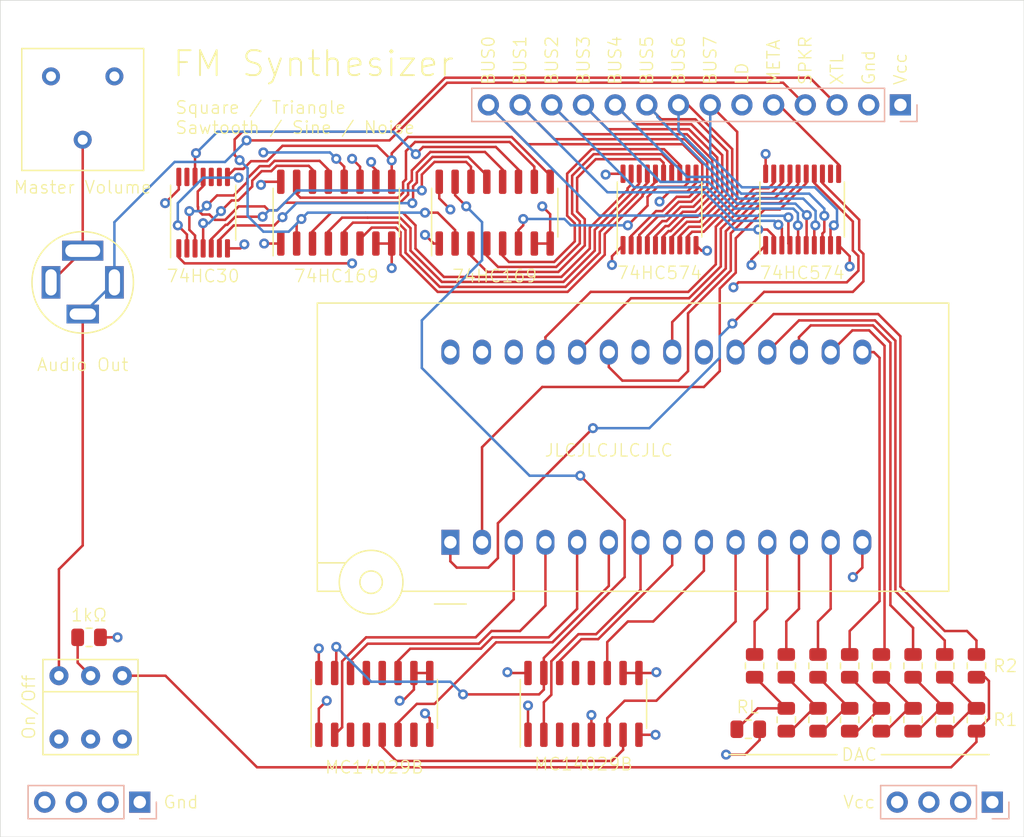
<source format=kicad_pcb>
(kicad_pcb (version 20171130) (host pcbnew "(5.1.10-1-10_14)")
  (layers (0 F.Cu signal) (1 In1.Cu signal) (2 In2.Cu signal) (31 B.Cu signal) (34 B.Paste user) (35 F.Paste user) (36 B.SilkS user) (37 F.SilkS user) (38 B.Mask user) (39 F.Mask user) (44 Edge.Cuts user))
  (net 0 "")
  (net 1 "Net-(R1-Pad2)")
  (net 2 "Net-(R2-Pad1)")
  (net 3 "Net-(R4-Pad1)")
  (net 4 "Net-(R6-Pad1)")
  (net 5 "Net-(R10-Pad2)")
  (net 6 "Net-(R10-Pad1)")
  (net 7 "Net-(R12-Pad1)")
  (net 8 "Net-(R14-Pad1)")
  (net 9 GND)
  (net 10 VCC)
  (net 11 "Net-(U3-Pad15)")
  (net 12 "Net-(U4-Pad13)")
  (net 13 "Net-(U4-Pad12)")
  (net 14 "Net-(U4-Pad7)")
  (net 15 "Net-(U4-Pad4)")
  (net 16 "Net-(U4-Pad3)")
  (net 17 "Net-(U6-Pad13)")
  (net 18 "Net-(U6-Pad12)")
  (net 19 "Net-(U6-Pad7)")
  (net 20 "Net-(U6-Pad4)")
  (net 21 "Net-(U6-Pad3)")
  (net 22 SPEAKER_OUT)
  (net 23 /QDIVISION0)
  (net 24 /QDIVISION1)
  (net 25 /QDIVISION2)
  (net 26 /QDIVISION3)
  (net 27 /QDIVISION4)
  (net 28 /QDIVISION5)
  (net 29 /QDIVISION6)
  (net 30 /QDIVISION7)
  (net 31 LOAD_DIVISION)
  (net 32 FREQ0)
  (net 33 FREQ1)
  (net 34 FREQ2)
  (net 35 FREQ3)
  (net 36 ~ENABLE_COUNTER_LOAD)
  (net 37 FREQUENCY_CLOCK_PULSE)
  (net 38 A2)
  (net 39 A1)
  (net 40 A0)
  (net 41 A3)
  (net 42 FREQ6)
  (net 43 FREQ5)
  (net 44 FREQ4)
  (net 45 A6)
  (net 46 A5)
  (net 47 A4)
  (net 48 A7)
  (net 49 FREQ7)
  (net 50 A13)
  (net 51 A8)
  (net 52 A9)
  (net 53 A11)
  (net 54 A10)
  (net 55 A12)
  (net 56 A14)
  (net 57 "Net-(R17-Pad2)")
  (net 58 DATABUS0)
  (net 59 DATABUS1)
  (net 60 DATABUS2)
  (net 61 DATABUS3)
  (net 62 DATABUS4)
  (net 63 DATABUS5)
  (net 64 DATABUS6)
  (net 65 DATABUS7)
  (net 66 LOAD_META)
  (net 67 "Net-(RV1-Pad1)")
  (net 68 "Net-(LS1-PadR1)")
  (net 69 CRYSTAL_OSCILLATOR_IN)
  (net 70 /DO)
  (net 71 /D1)
  (net 72 /D2)
  (net 73 /D3)
  (net 74 /D4)
  (net 75 /D5)
  (net 76 /D6)
  (net 77 /D7)
  (net 78 A15)
  (module Socket:DIP_Socket-28_W11.9_W12.7_W15.24_W17.78_W18.5_3M_228-1277-00-0602J (layer F.Cu) (at 172.974 74.422 90)
    (fp_text reference U8 hide)
    (fp_text value 28C256)
    (pad 15 thru_hole oval (at 15.24 33.02 90) (size 2 1.44) (drill 1) (layers *.Cu *.Mask) (net 73 /D3))
    (pad 14 thru_hole oval (at 0 33.02 90) (size 2 1.44) (drill 1) (layers *.Cu *.Mask) (net 9 GND))
    (pad 16 thru_hole oval (at 15.24 30.48 90) (size 2 1.44) (drill 1) (layers *.Cu *.Mask) (net 74 /D4))
    (pad 13 thru_hole oval (at 0 30.48 90) (size 2 1.44) (drill 1) (layers *.Cu *.Mask) (net 72 /D2))
    (pad 17 thru_hole oval (at 15.24 27.94 90) (size 2 1.44) (drill 1) (layers *.Cu *.Mask) (net 75 /D5))
    (pad 12 thru_hole oval (at 0 27.94 90) (size 2 1.44) (drill 1) (layers *.Cu *.Mask) (net 71 /D1))
    (pad 18 thru_hole oval (at 15.24 25.4 90) (size 2 1.44) (drill 1) (layers *.Cu *.Mask) (net 76 /D6))
    (pad 11 thru_hole oval (at 0 25.4 90) (size 2 1.44) (drill 1) (layers *.Cu *.Mask) (net 70 /DO))
    (pad 19 thru_hole oval (at 15.24 22.86 90) (size 2 1.44) (drill 1) (layers *.Cu *.Mask) (net 77 /D7))
    (pad 10 thru_hole oval (at 0 22.86 90) (size 2 1.44) (drill 1) (layers *.Cu *.Mask) (net 40 A0))
    (pad 20 thru_hole oval (at 15.24 20.32 90) (size 2 1.44) (drill 1) (layers *.Cu *.Mask) (net 9 GND))
    (pad 9 thru_hole oval (at 0 20.32 90) (size 2 1.44) (drill 1) (layers *.Cu *.Mask) (net 39 A1))
    (pad 21 thru_hole oval (at 15.24 17.78 90) (size 2 1.44) (drill 1) (layers *.Cu *.Mask) (net 54 A10))
    (pad 8 thru_hole oval (at 0 17.78 90) (size 2 1.44) (drill 1) (layers *.Cu *.Mask) (net 38 A2))
    (pad 22 thru_hole oval (at 15.24 15.24 90) (size 2 1.44) (drill 1) (layers *.Cu *.Mask) (net 9 GND))
    (pad 7 thru_hole oval (at 0 15.24 90) (size 2 1.44) (drill 1) (layers *.Cu *.Mask) (net 41 A3))
    (pad 23 thru_hole oval (at 15.24 12.7 90) (size 2 1.44) (drill 1) (layers *.Cu *.Mask) (net 53 A11))
    (pad 6 thru_hole oval (at 0 12.7 90) (size 2 1.44) (drill 1) (layers *.Cu *.Mask) (net 47 A4))
    (pad 24 thru_hole oval (at 15.24 10.16 90) (size 2 1.44) (drill 1) (layers *.Cu *.Mask) (net 52 A9))
    (pad 5 thru_hole oval (at 0 10.16 90) (size 2 1.44) (drill 1) (layers *.Cu *.Mask) (net 46 A5))
    (pad 25 thru_hole oval (at 15.24 7.62 90) (size 2 1.44) (drill 1) (layers *.Cu *.Mask) (net 51 A8))
    (pad 4 thru_hole oval (at 0 7.62 90) (size 2 1.44) (drill 1) (layers *.Cu *.Mask) (net 45 A6))
    (pad 26 thru_hole oval (at 15.24 5.08 90) (size 2 1.44) (drill 1) (layers *.Cu *.Mask) (net 50 A13))
    (pad 3 thru_hole oval (at 0 5.08 90) (size 2 1.44) (drill 1) (layers *.Cu *.Mask) (net 48 A7))
    (pad 27 thru_hole oval (at 15.24 2.54 90) (size 2 1.44) (drill 1) (layers *.Cu *.Mask) (net 10 VCC))
    (pad 2 thru_hole oval (at 0 2.54 90) (size 2 1.44) (drill 1) (layers *.Cu *.Mask) (net 55 A12))
    (pad 28 thru_hole oval (at 15.24 0 90) (size 2 1.44) (drill 1) (layers *.Cu *.Mask) (net 10 VCC))
    (pad 1 thru_hole rect (at 0 0 90) (size 2 1.44) (drill 1) (layers *.Cu *.Mask) (net 56 A14))
  )
  (module Package_SO:SOIC-16_3.9x9.9mm_P1.27mm (layer F.Cu) (at 176.53 48.006 90)
    (fp_text reference U7 hide)
    (fp_text value 74LS169)
    (fp_text user 74HC169 (at -5.08 0 180) (layer F.SilkS) (effects (font (thickness 0.1))))
    (pad 16 smd roundrect (at 2.475 -4.445 90) (size 1.95 0.6) (layers F.Cu F.Paste F.Mask) (net 10 VCC))
    (pad 15 smd roundrect (at 2.475 -3.175 90) (size 1.95 0.6) (layers F.Cu F.Paste F.Mask) (net 37 FREQUENCY_CLOCK_PULSE))
    (pad 14 smd roundrect (at 2.475 -1.905 90) (size 1.95 0.6) (layers F.Cu F.Paste F.Mask) (net 44 FREQ4))
    (pad 13 smd roundrect (at 2.475 -0.635 90) (size 1.95 0.6) (layers F.Cu F.Paste F.Mask) (net 43 FREQ5))
    (pad 12 smd roundrect (at 2.475 0.635 90) (size 1.95 0.6) (layers F.Cu F.Paste F.Mask) (net 42 FREQ6))
    (pad 11 smd roundrect (at 2.475 1.905 90) (size 1.95 0.6) (layers F.Cu F.Paste F.Mask) (net 49 FREQ7))
    (pad 10 smd roundrect (at 2.475 3.175 90) (size 1.95 0.6) (layers F.Cu F.Paste F.Mask) (net 11 "Net-(U3-Pad15)"))
    (pad 9 smd roundrect (at 2.475 4.445 90) (size 1.95 0.6) (layers F.Cu F.Paste F.Mask) (net 36 ~ENABLE_COUNTER_LOAD))
    (pad 8 smd roundrect (at -2.475 4.445 90) (size 1.95 0.6) (layers F.Cu F.Paste F.Mask) (net 9 GND))
    (pad 7 smd roundrect (at -2.475 3.175 90) (size 1.95 0.6) (layers F.Cu F.Paste F.Mask) (net 9 GND))
    (pad 6 smd roundrect (at -2.475 1.905 90) (size 1.95 0.6) (layers F.Cu F.Paste F.Mask) (net 30 /QDIVISION7))
    (pad 5 smd roundrect (at -2.475 0.635 90) (size 1.95 0.6) (layers F.Cu F.Paste F.Mask) (net 29 /QDIVISION6))
    (pad 4 smd roundrect (at -2.475 -0.635 90) (size 1.95 0.6) (layers F.Cu F.Paste F.Mask) (net 28 /QDIVISION5))
    (pad 3 smd roundrect (at -2.475 -1.905 90) (size 1.95 0.6) (layers F.Cu F.Paste F.Mask) (net 27 /QDIVISION4))
    (pad 2 smd roundrect (at -2.475 -3.175 90) (size 1.95 0.6) (layers F.Cu F.Paste F.Mask) (net 69 CRYSTAL_OSCILLATOR_IN))
    (pad 1 smd roundrect (at -2.475 -4.445 90) (size 1.95 0.6) (layers F.Cu F.Paste F.Mask) (net 9 GND))
  )
  (module Package_SO:SOIC-16_3.9x9.9mm_P1.27mm (layer F.Cu) (at 166.878 87.376 90)
    (fp_text reference U6 hide)
    (fp_text value MC14029B)
    (fp_text user MC14029B (at -5.08 0 180) (layer F.SilkS) (effects (font (thickness 0.1))))
    (pad 16 smd roundrect (at 2.475 -4.445 90) (size 1.95 0.6) (layers F.Cu F.Paste F.Mask) (net 10 VCC))
    (pad 15 smd roundrect (at 2.475 -3.175 90) (size 1.95 0.6) (layers F.Cu F.Paste F.Mask) (net 37 FREQUENCY_CLOCK_PULSE))
    (pad 14 smd roundrect (at 2.475 -1.905 90) (size 1.95 0.6) (layers F.Cu F.Paste F.Mask) (net 45 A6))
    (pad 13 smd roundrect (at 2.475 -0.635 90) (size 1.95 0.6) (layers F.Cu F.Paste F.Mask) (net 17 "Net-(U6-Pad13)"))
    (pad 12 smd roundrect (at 2.475 0.635 90) (size 1.95 0.6) (layers F.Cu F.Paste F.Mask) (net 18 "Net-(U6-Pad12)"))
    (pad 11 smd roundrect (at 2.475 1.905 90) (size 1.95 0.6) (layers F.Cu F.Paste F.Mask) (net 46 A5))
    (pad 10 smd roundrect (at 2.475 3.175 90) (size 1.95 0.6) (layers F.Cu F.Paste F.Mask) (net 10 VCC))
    (pad 9 smd roundrect (at 2.475 4.445 90) (size 1.95 0.6) (layers F.Cu F.Paste F.Mask) (net 10 VCC))
    (pad 8 smd roundrect (at -2.475 4.445 90) (size 1.95 0.6) (layers F.Cu F.Paste F.Mask) (net 9 GND))
    (pad 7 smd roundrect (at -2.475 3.175 90) (size 1.95 0.6) (layers F.Cu F.Paste F.Mask) (net 19 "Net-(U6-Pad7)"))
    (pad 6 smd roundrect (at -2.475 1.905 90) (size 1.95 0.6) (layers F.Cu F.Paste F.Mask) (net 47 A4))
    (pad 5 smd roundrect (at -2.475 0.635 90) (size 1.95 0.6) (layers F.Cu F.Paste F.Mask) (net 14 "Net-(U4-Pad7)"))
    (pad 4 smd roundrect (at -2.475 -0.635 90) (size 1.95 0.6) (layers F.Cu F.Paste F.Mask) (net 20 "Net-(U6-Pad4)"))
    (pad 3 smd roundrect (at -2.475 -1.905 90) (size 1.95 0.6) (layers F.Cu F.Paste F.Mask) (net 21 "Net-(U6-Pad3)"))
    (pad 2 smd roundrect (at -2.475 -3.175 90) (size 1.95 0.6) (layers F.Cu F.Paste F.Mask) (net 48 A7))
    (pad 1 smd roundrect (at -2.475 -4.445 90) (size 1.95 0.6) (layers F.Cu F.Paste F.Mask) (net 9 GND))
  )
  (module Package_SO:TSSOP-14_4.4x5mm_P0.65mm (layer F.Cu) (at 153.162 48.006 90)
    (fp_text reference U5 hide)
    (fp_text value 74LS30)
    (fp_text user 74HC30 (at -5.08 0 180) (layer F.SilkS) (effects (font (thickness 0.1))))
    (pad 14 smd roundrect (at 2.8625 -1.95 90) (size 1.475 0.4) (layers F.Cu F.Paste F.Mask) (net 10 VCC))
    (pad 13 smd roundrect (at 2.8625 -1.3 90) (size 1.475 0.4) (layers F.Cu F.Paste F.Mask))
    (pad 12 smd roundrect (at 2.8625 -0.65 90) (size 1.475 0.4) (layers F.Cu F.Paste F.Mask) (net 49 FREQ7))
    (pad 11 smd roundrect (at 2.8625 0 90) (size 1.475 0.4) (layers F.Cu F.Paste F.Mask) (net 42 FREQ6))
    (pad 10 smd roundrect (at 2.8625 0.65 90) (size 1.475 0.4) (layers F.Cu F.Paste F.Mask))
    (pad 9 smd roundrect (at 2.8625 1.3 90) (size 1.475 0.4) (layers F.Cu F.Paste F.Mask))
    (pad 8 smd roundrect (at 2.8625 1.95 90) (size 1.475 0.4) (layers F.Cu F.Paste F.Mask) (net 36 ~ENABLE_COUNTER_LOAD))
    (pad 7 smd roundrect (at -2.8625 1.95 90) (size 1.475 0.4) (layers F.Cu F.Paste F.Mask) (net 9 GND))
    (pad 6 smd roundrect (at -2.8625 1.3 90) (size 1.475 0.4) (layers F.Cu F.Paste F.Mask) (net 43 FREQ5))
    (pad 5 smd roundrect (at -2.8625 0.65 90) (size 1.475 0.4) (layers F.Cu F.Paste F.Mask) (net 44 FREQ4))
    (pad 4 smd roundrect (at -2.8625 0 90) (size 1.475 0.4) (layers F.Cu F.Paste F.Mask) (net 32 FREQ0))
    (pad 3 smd roundrect (at -2.8625 -0.65 90) (size 1.475 0.4) (layers F.Cu F.Paste F.Mask) (net 33 FREQ1))
    (pad 2 smd roundrect (at -2.8625 -1.3 90) (size 1.475 0.4) (layers F.Cu F.Paste F.Mask) (net 34 FREQ2))
    (pad 1 smd roundrect (at -2.8625 -1.95 90) (size 1.475 0.4) (layers F.Cu F.Paste F.Mask) (net 35 FREQ3))
  )
  (module Package_SO:SOIC-16_3.9x9.9mm_P1.27mm (layer F.Cu) (at 183.642 87.376 90)
    (fp_text reference U4 hide)
    (fp_text value MC14029B (at -4.826 0 180) (layer F.SilkS) (effects (font (thickness 0.1))))
    (pad 16 smd roundrect (at 2.475 -4.445 90) (size 1.95 0.6) (layers F.Cu F.Paste F.Mask) (net 10 VCC))
    (pad 15 smd roundrect (at 2.475 -3.175 90) (size 1.95 0.6) (layers F.Cu F.Paste F.Mask) (net 37 FREQUENCY_CLOCK_PULSE))
    (pad 14 smd roundrect (at 2.475 -1.905 90) (size 1.95 0.6) (layers F.Cu F.Paste F.Mask) (net 38 A2))
    (pad 13 smd roundrect (at 2.475 -0.635 90) (size 1.95 0.6) (layers F.Cu F.Paste F.Mask) (net 12 "Net-(U4-Pad13)"))
    (pad 12 smd roundrect (at 2.475 0.635 90) (size 1.95 0.6) (layers F.Cu F.Paste F.Mask) (net 13 "Net-(U4-Pad12)"))
    (pad 11 smd roundrect (at 2.475 1.905 90) (size 1.95 0.6) (layers F.Cu F.Paste F.Mask) (net 39 A1))
    (pad 10 smd roundrect (at 2.475 3.175 90) (size 1.95 0.6) (layers F.Cu F.Paste F.Mask) (net 10 VCC))
    (pad 9 smd roundrect (at 2.475 4.445 90) (size 1.95 0.6) (layers F.Cu F.Paste F.Mask) (net 10 VCC))
    (pad 8 smd roundrect (at -2.475 4.445 90) (size 1.95 0.6) (layers F.Cu F.Paste F.Mask) (net 9 GND))
    (pad 7 smd roundrect (at -2.475 3.175 90) (size 1.95 0.6) (layers F.Cu F.Paste F.Mask) (net 14 "Net-(U4-Pad7)"))
    (pad 6 smd roundrect (at -2.475 1.905 90) (size 1.95 0.6) (layers F.Cu F.Paste F.Mask) (net 40 A0))
    (pad 5 smd roundrect (at -2.475 0.635 90) (size 1.95 0.6) (layers F.Cu F.Paste F.Mask) (net 9 GND))
    (pad 4 smd roundrect (at -2.475 -0.635 90) (size 1.95 0.6) (layers F.Cu F.Paste F.Mask) (net 15 "Net-(U4-Pad4)"))
    (pad 3 smd roundrect (at -2.475 -1.905 90) (size 1.95 0.6) (layers F.Cu F.Paste F.Mask) (net 16 "Net-(U4-Pad3)"))
    (pad 2 smd roundrect (at -2.475 -3.175 90) (size 1.95 0.6) (layers F.Cu F.Paste F.Mask) (net 41 A3))
    (pad 1 smd roundrect (at -2.475 -4.445 90) (size 1.95 0.6) (layers F.Cu F.Paste F.Mask) (net 9 GND))
  )
  (module Package_SO:SOIC-16_3.9x9.9mm_P1.27mm (layer F.Cu) (at 163.83 48.006 90)
    (fp_text reference U3 hide)
    (fp_text value 74LS169)
    (fp_text user 74HC169 (at -5.08 0 180) (layer F.SilkS) (effects (font (thickness 0.1))))
    (pad 16 smd roundrect (at 2.475 -4.445 90) (size 1.95 0.6) (layers F.Cu F.Paste F.Mask) (net 10 VCC))
    (pad 15 smd roundrect (at 2.475 -3.175 90) (size 1.95 0.6) (layers F.Cu F.Paste F.Mask) (net 11 "Net-(U3-Pad15)"))
    (pad 14 smd roundrect (at 2.475 -1.905 90) (size 1.95 0.6) (layers F.Cu F.Paste F.Mask) (net 32 FREQ0))
    (pad 13 smd roundrect (at 2.475 -0.635 90) (size 1.95 0.6) (layers F.Cu F.Paste F.Mask) (net 33 FREQ1))
    (pad 12 smd roundrect (at 2.475 0.635 90) (size 1.95 0.6) (layers F.Cu F.Paste F.Mask) (net 34 FREQ2))
    (pad 11 smd roundrect (at 2.475 1.905 90) (size 1.95 0.6) (layers F.Cu F.Paste F.Mask) (net 35 FREQ3))
    (pad 10 smd roundrect (at 2.475 3.175 90) (size 1.95 0.6) (layers F.Cu F.Paste F.Mask) (net 9 GND))
    (pad 9 smd roundrect (at 2.475 4.445 90) (size 1.95 0.6) (layers F.Cu F.Paste F.Mask) (net 36 ~ENABLE_COUNTER_LOAD))
    (pad 8 smd roundrect (at -2.475 4.445 90) (size 1.95 0.6) (layers F.Cu F.Paste F.Mask) (net 9 GND))
    (pad 7 smd roundrect (at -2.475 3.175 90) (size 1.95 0.6) (layers F.Cu F.Paste F.Mask) (net 9 GND))
    (pad 6 smd roundrect (at -2.475 1.905 90) (size 1.95 0.6) (layers F.Cu F.Paste F.Mask) (net 26 /QDIVISION3))
    (pad 5 smd roundrect (at -2.475 0.635 90) (size 1.95 0.6) (layers F.Cu F.Paste F.Mask) (net 25 /QDIVISION2))
    (pad 4 smd roundrect (at -2.475 -0.635 90) (size 1.95 0.6) (layers F.Cu F.Paste F.Mask) (net 24 /QDIVISION1))
    (pad 3 smd roundrect (at -2.475 -1.905 90) (size 1.95 0.6) (layers F.Cu F.Paste F.Mask) (net 23 /QDIVISION0))
    (pad 2 smd roundrect (at -2.475 -3.175 90) (size 1.95 0.6) (layers F.Cu F.Paste F.Mask) (net 69 CRYSTAL_OSCILLATOR_IN))
    (pad 1 smd roundrect (at -2.475 -4.445 90) (size 1.95 0.6) (layers F.Cu F.Paste F.Mask) (net 9 GND))
  )
  (module Package_SO:TSSOP-20_4.4x6.5mm_P0.65mm (layer F.Cu) (at 189.738 47.752 90)
    (fp_text reference U2 hide)
    (fp_text value 74LS574)
    (fp_text user 74HC574 (at -5.08 0 180) (layer F.SilkS) (effects (font (thickness 0.1))))
    (pad 20 smd roundrect (at 2.8625 -2.925 90) (size 1.475 0.4) (layers F.Cu F.Paste F.Mask) (net 10 VCC))
    (pad 19 smd roundrect (at 2.8625 -2.275 90) (size 1.475 0.4) (layers F.Cu F.Paste F.Mask) (net 23 /QDIVISION0))
    (pad 18 smd roundrect (at 2.8625 -1.625 90) (size 1.475 0.4) (layers F.Cu F.Paste F.Mask) (net 24 /QDIVISION1))
    (pad 17 smd roundrect (at 2.8625 -0.975 90) (size 1.475 0.4) (layers F.Cu F.Paste F.Mask) (net 25 /QDIVISION2))
    (pad 16 smd roundrect (at 2.8625 -0.325 90) (size 1.475 0.4) (layers F.Cu F.Paste F.Mask) (net 26 /QDIVISION3))
    (pad 15 smd roundrect (at 2.8625 0.325 90) (size 1.475 0.4) (layers F.Cu F.Paste F.Mask) (net 27 /QDIVISION4))
    (pad 14 smd roundrect (at 2.8625 0.975 90) (size 1.475 0.4) (layers F.Cu F.Paste F.Mask) (net 28 /QDIVISION5))
    (pad 13 smd roundrect (at 2.8625 1.625 90) (size 1.475 0.4) (layers F.Cu F.Paste F.Mask) (net 29 /QDIVISION6))
    (pad 12 smd roundrect (at 2.8625 2.275 90) (size 1.475 0.4) (layers F.Cu F.Paste F.Mask) (net 30 /QDIVISION7))
    (pad 11 smd roundrect (at 2.8625 2.925 90) (size 1.475 0.4) (layers F.Cu F.Paste F.Mask) (net 31 LOAD_DIVISION))
    (pad 10 smd roundrect (at -2.8625 2.925 90) (size 1.475 0.4) (layers F.Cu F.Paste F.Mask) (net 9 GND))
    (pad 9 smd roundrect (at -2.8625 2.275 90) (size 1.475 0.4) (layers F.Cu F.Paste F.Mask) (net 65 DATABUS7))
    (pad 8 smd roundrect (at -2.8625 1.625 90) (size 1.475 0.4) (layers F.Cu F.Paste F.Mask) (net 64 DATABUS6))
    (pad 7 smd roundrect (at -2.8625 0.975 90) (size 1.475 0.4) (layers F.Cu F.Paste F.Mask) (net 63 DATABUS5))
    (pad 6 smd roundrect (at -2.8625 0.325 90) (size 1.475 0.4) (layers F.Cu F.Paste F.Mask) (net 62 DATABUS4))
    (pad 5 smd roundrect (at -2.8625 -0.325 90) (size 1.475 0.4) (layers F.Cu F.Paste F.Mask) (net 61 DATABUS3))
    (pad 4 smd roundrect (at -2.8625 -0.975 90) (size 1.475 0.4) (layers F.Cu F.Paste F.Mask) (net 60 DATABUS2))
    (pad 3 smd roundrect (at -2.8625 -1.625 90) (size 1.475 0.4) (layers F.Cu F.Paste F.Mask) (net 59 DATABUS1))
    (pad 2 smd roundrect (at -2.8625 -2.275 90) (size 1.475 0.4) (layers F.Cu F.Paste F.Mask) (net 58 DATABUS0))
    (pad 1 smd roundrect (at -2.8625 -2.925 90) (size 1.475 0.4) (layers F.Cu F.Paste F.Mask) (net 9 GND))
  )
  (module Package_SO:TSSOP-20_4.4x6.5mm_P0.65mm (layer F.Cu) (at 201.168 47.752 90)
    (fp_text reference U1 hide)
    (fp_text value 74LS574)
    (fp_text user 74HC574 (at -5.08 0 180) (layer F.SilkS) (effects (font (thickness 0.1))))
    (pad 20 smd roundrect (at 2.8625 -2.925 90) (size 1.475 0.4) (layers F.Cu F.Paste F.Mask) (net 10 VCC))
    (pad 19 smd roundrect (at 2.8625 -2.275 90) (size 1.475 0.4) (layers F.Cu F.Paste F.Mask) (net 51 A8))
    (pad 18 smd roundrect (at 2.8625 -1.625 90) (size 1.475 0.4) (layers F.Cu F.Paste F.Mask) (net 52 A9))
    (pad 17 smd roundrect (at 2.8625 -0.975 90) (size 1.475 0.4) (layers F.Cu F.Paste F.Mask) (net 54 A10))
    (pad 16 smd roundrect (at 2.8625 -0.325 90) (size 1.475 0.4) (layers F.Cu F.Paste F.Mask) (net 53 A11))
    (pad 15 smd roundrect (at 2.8625 0.325 90) (size 1.475 0.4) (layers F.Cu F.Paste F.Mask) (net 55 A12))
    (pad 14 smd roundrect (at 2.8625 0.975 90) (size 1.475 0.4) (layers F.Cu F.Paste F.Mask) (net 50 A13))
    (pad 13 smd roundrect (at 2.8625 1.625 90) (size 1.475 0.4) (layers F.Cu F.Paste F.Mask) (net 56 A14))
    (pad 12 smd roundrect (at 2.8625 2.275 90) (size 1.475 0.4) (layers F.Cu F.Paste F.Mask) (net 78 A15))
    (pad 11 smd roundrect (at 2.8625 2.925 90) (size 1.475 0.4) (layers F.Cu F.Paste F.Mask) (net 66 LOAD_META))
    (pad 10 smd roundrect (at -2.8625 2.925 90) (size 1.475 0.4) (layers F.Cu F.Paste F.Mask) (net 9 GND))
    (pad 9 smd roundrect (at -2.8625 2.275 90) (size 1.475 0.4) (layers F.Cu F.Paste F.Mask) (net 65 DATABUS7))
    (pad 8 smd roundrect (at -2.8625 1.625 90) (size 1.475 0.4) (layers F.Cu F.Paste F.Mask) (net 64 DATABUS6))
    (pad 7 smd roundrect (at -2.8625 0.975 90) (size 1.475 0.4) (layers F.Cu F.Paste F.Mask) (net 63 DATABUS5))
    (pad 6 smd roundrect (at -2.8625 0.325 90) (size 1.475 0.4) (layers F.Cu F.Paste F.Mask) (net 62 DATABUS4))
    (pad 5 smd roundrect (at -2.8625 -0.325 90) (size 1.475 0.4) (layers F.Cu F.Paste F.Mask) (net 61 DATABUS3))
    (pad 4 smd roundrect (at -2.8625 -0.975 90) (size 1.475 0.4) (layers F.Cu F.Paste F.Mask) (net 60 DATABUS2))
    (pad 3 smd roundrect (at -2.8625 -1.625 90) (size 1.475 0.4) (layers F.Cu F.Paste F.Mask) (net 59 DATABUS1))
    (pad 2 smd roundrect (at -2.8625 -2.275 90) (size 1.475 0.4) (layers F.Cu F.Paste F.Mask) (net 58 DATABUS0))
    (pad 1 smd roundrect (at -2.8625 -2.925 90) (size 1.475 0.4) (layers F.Cu F.Paste F.Mask) (net 9 GND))
  )
  (module Connector_PinHeader_2.54mm:PinHeader_1x04_P2.54mm_Vertical (layer B.Cu) (at 148.082 95.25 90)
    (fp_text reference J4 hide)
    (fp_text value Conn_01x04)
    (pad 4 thru_hole oval (at 0 -7.62 90) (size 1.7 1.7) (drill 1) (layers *.Cu *.Mask) (net 9 GND))
    (pad 3 thru_hole oval (at 0 -5.08 90) (size 1.7 1.7) (drill 1) (layers *.Cu *.Mask) (net 9 GND))
    (pad 2 thru_hole oval (at 0 -2.54 90) (size 1.7 1.7) (drill 1) (layers *.Cu *.Mask) (net 9 GND))
    (pad 1 thru_hole rect (at 0 0 90) (size 1.7 1.7) (drill 1) (layers *.Cu *.Mask) (net 9 GND))
  )
  (module Connector_PinHeader_2.54mm:PinHeader_1x04_P2.54mm_Vertical (layer B.Cu) (at 216.408 95.25 90)
    (fp_text reference J3 hide)
    (fp_text value Conn_01x04)
    (pad 4 thru_hole oval (at 0 -7.62 90) (size 1.7 1.7) (drill 1) (layers *.Cu *.Mask) (net 10 VCC))
    (pad 3 thru_hole oval (at 0 -5.08 90) (size 1.7 1.7) (drill 1) (layers *.Cu *.Mask) (net 10 VCC))
    (pad 2 thru_hole oval (at 0 -2.54 90) (size 1.7 1.7) (drill 1) (layers *.Cu *.Mask) (net 10 VCC))
    (pad 1 thru_hole rect (at 0 0 90) (size 1.7 1.7) (drill 1) (layers *.Cu *.Mask) (net 10 VCC))
  )
  (module Connector_PinHeader_2.54mm:PinHeader_1x14_P2.54mm_Vertical (layer B.Cu) (at 209.042 39.37 90)
    (fp_text reference J1 hide)
    (fp_text value Conn_01x14 hide)
    (pad 14 thru_hole oval (at 0 -33.02 90) (size 1.7 1.7) (drill 1) (layers *.Cu *.Mask) (net 58 DATABUS0))
    (pad 13 thru_hole oval (at 0 -30.48 90) (size 1.7 1.7) (drill 1) (layers *.Cu *.Mask) (net 59 DATABUS1))
    (pad 12 thru_hole oval (at 0 -27.94 90) (size 1.7 1.7) (drill 1) (layers *.Cu *.Mask) (net 60 DATABUS2))
    (pad 11 thru_hole oval (at 0 -25.4 90) (size 1.7 1.7) (drill 1) (layers *.Cu *.Mask) (net 61 DATABUS3))
    (pad 10 thru_hole oval (at 0 -22.86 90) (size 1.7 1.7) (drill 1) (layers *.Cu *.Mask) (net 62 DATABUS4))
    (pad 9 thru_hole oval (at 0 -20.32 90) (size 1.7 1.7) (drill 1) (layers *.Cu *.Mask) (net 63 DATABUS5))
    (pad 8 thru_hole oval (at 0 -17.78 90) (size 1.7 1.7) (drill 1) (layers *.Cu *.Mask) (net 64 DATABUS6))
    (pad 7 thru_hole oval (at 0 -15.24 90) (size 1.7 1.7) (drill 1) (layers *.Cu *.Mask) (net 65 DATABUS7))
    (pad 6 thru_hole oval (at 0 -12.7 90) (size 1.7 1.7) (drill 1) (layers *.Cu *.Mask) (net 31 LOAD_DIVISION))
    (pad 5 thru_hole oval (at 0 -10.16 90) (size 1.7 1.7) (drill 1) (layers *.Cu *.Mask) (net 66 LOAD_META))
    (pad 4 thru_hole oval (at 0 -7.62 90) (size 1.7 1.7) (drill 1) (layers *.Cu *.Mask) (net 22 SPEAKER_OUT))
    (pad 3 thru_hole oval (at 0 -5.08 90) (size 1.7 1.7) (drill 1) (layers *.Cu *.Mask) (net 69 CRYSTAL_OSCILLATOR_IN))
    (pad 2 thru_hole oval (at 0 -2.54 90) (size 1.7 1.7) (drill 1) (layers *.Cu *.Mask) (net 9 GND))
    (pad 1 thru_hole rect (at 0 0 90) (size 1.7 1.7) (drill 1) (layers *.Cu *.Mask) (net 10 VCC))
  )
  (module 8-bit-computer:THT-DPDT (layer F.Cu) (at 143.764 93.218 180)
    (fp_text reference SW1 hide)
    (fp_text value SW_DPDT_x2 hide)
    (pad 2 thru_hole circle (at 2.16 8.1 180) (size 1.524 1.524) (drill 0.762) (layers *.Cu *.Mask) (net 22 SPEAKER_OUT))
    (pad 3 thru_hole circle (at -0.38 8.1 180) (size 1.524 1.524) (drill 0.762) (layers *.Cu *.Mask) (net 57 "Net-(R17-Pad2)"))
    (pad 1 thru_hole circle (at -2.92 8.1 180) (size 1.524 1.524) (drill 0.762) (layers *.Cu *.Mask) (net 8 "Net-(R14-Pad1)"))
    (pad "" thru_hole circle (at 2.16 3.02 180) (size 1.524 1.524) (drill 0.762) (layers *.Cu *.Mask))
    (pad "" thru_hole circle (at -0.38 3.02 180) (size 1.524 1.524) (drill 0.762) (layers *.Cu *.Mask))
    (pad "" thru_hole circle (at -2.92 3.02 180) (size 1.524 1.524) (drill 0.762) (layers *.Cu *.Mask))
  )
  (module Potentiometer_THT:Potentiometer_Bourns_3386F_Vertical (layer F.Cu) (at 140.97 37.084 270)
    (fp_text reference RV1 hide)
    (fp_text value R_POT_TRIM_US hide)
    (pad 1 thru_hole circle (at 0 0 270) (size 1.44 1.44) (drill 0.8) (layers *.Cu *.Mask) (net 67 "Net-(RV1-Pad1)"))
    (pad 2 thru_hole circle (at 5.08 -2.54 270) (size 1.44 1.44) (drill 0.8) (layers *.Cu *.Mask) (net 68 "Net-(LS1-PadR1)"))
    (pad 3 thru_hole circle (at 0 -5.08 270) (size 1.44 1.44) (drill 0.8) (layers *.Cu *.Mask) (net 9 GND))
  )
  (module Resistor_SMD:R_0805_2012Metric (layer F.Cu) (at 144.018 82.042 180)
    (fp_text reference R17 hide)
    (fp_text value R_US hide)
    (pad 2 smd roundrect (at 0.9125 0 180) (size 1.025 1.4) (layers F.Cu F.Paste F.Mask) (roundrect_rratio 0.2439014634146341) (net 57 "Net-(R17-Pad2)"))
    (pad 1 smd roundrect (at -0.9125 0 180) (size 1.025 1.4) (layers F.Cu F.Paste F.Mask) (roundrect_rratio 0.2439014634146341) (net 9 GND))
  )
  (module Resistor_SMD:R_0805_2012Metric (layer F.Cu) (at 196.85 89.408)
    (fp_text reference R16 hide)
    (fp_text value R_US hide)
    (pad 2 smd roundrect (at 0.9125 0) (size 1.025 1.4) (layers F.Cu F.Paste F.Mask) (roundrect_rratio 0.2439014634146341) (net 9 GND))
    (pad 1 smd roundrect (at -0.9125 0) (size 1.025 1.4) (layers F.Cu F.Paste F.Mask) (roundrect_rratio 0.2439014634146341) (net 1 "Net-(R1-Pad2)"))
  )
  (module Resistor_SMD:R_0805_2012Metric (layer F.Cu) (at 215.138 84.328 270)
    (fp_text reference R15 hide)
    (fp_text value R_US hide)
    (pad 2 smd roundrect (at 0.9125 0 270) (size 1.025 1.4) (layers F.Cu F.Paste F.Mask) (roundrect_rratio 0.2439014634146341) (net 8 "Net-(R14-Pad1)"))
    (pad 1 smd roundrect (at -0.9125 0 270) (size 1.025 1.4) (layers F.Cu F.Paste F.Mask) (roundrect_rratio 0.2439014634146341) (net 77 /D7))
  )
  (module Resistor_SMD:R_0805_2012Metric (layer F.Cu) (at 215.138 88.646 90)
    (fp_text reference R14 hide)
    (fp_text value R_US hide)
    (pad 2 smd roundrect (at 0.9125 0 90) (size 1.025 1.4) (layers F.Cu F.Paste F.Mask) (roundrect_rratio 0.2439014634146341) (net 7 "Net-(R12-Pad1)"))
    (pad 1 smd roundrect (at -0.9125 0 90) (size 1.025 1.4) (layers F.Cu F.Paste F.Mask) (roundrect_rratio 0.2439014634146341) (net 8 "Net-(R14-Pad1)"))
  )
  (module Resistor_SMD:R_0805_2012Metric (layer F.Cu) (at 212.598 84.328 270)
    (fp_text reference R13 hide)
    (fp_text value R_US hide)
    (pad 2 smd roundrect (at 0.9125 0 270) (size 1.025 1.4) (layers F.Cu F.Paste F.Mask) (roundrect_rratio 0.2439014634146341) (net 7 "Net-(R12-Pad1)"))
    (pad 1 smd roundrect (at -0.9125 0 270) (size 1.025 1.4) (layers F.Cu F.Paste F.Mask) (roundrect_rratio 0.2439014634146341) (net 76 /D6))
  )
  (module Resistor_SMD:R_0805_2012Metric (layer F.Cu) (at 212.598 88.646 90)
    (fp_text reference R12 hide)
    (fp_text value R_US hide)
    (pad 2 smd roundrect (at 0.9125 0 90) (size 1.025 1.4) (layers F.Cu F.Paste F.Mask) (roundrect_rratio 0.2439014634146341) (net 6 "Net-(R10-Pad1)"))
    (pad 1 smd roundrect (at -0.9125 0 90) (size 1.025 1.4) (layers F.Cu F.Paste F.Mask) (roundrect_rratio 0.2439014634146341) (net 7 "Net-(R12-Pad1)"))
  )
  (module Resistor_SMD:R_0805_2012Metric (layer F.Cu) (at 210.058 84.328 270)
    (fp_text reference R11 hide)
    (fp_text value R_US hide)
    (pad 2 smd roundrect (at 0.9125 0 270) (size 1.025 1.4) (layers F.Cu F.Paste F.Mask) (roundrect_rratio 0.2439014634146341) (net 6 "Net-(R10-Pad1)"))
    (pad 1 smd roundrect (at -0.9125 0 270) (size 1.025 1.4) (layers F.Cu F.Paste F.Mask) (roundrect_rratio 0.2439014634146341) (net 75 /D5))
  )
  (module Resistor_SMD:R_0805_2012Metric (layer F.Cu) (at 210.058 88.646 90)
    (fp_text reference R10 hide)
    (fp_text value R_US hide)
    (pad 2 smd roundrect (at 0.9125 0 90) (size 1.025 1.4) (layers F.Cu F.Paste F.Mask) (roundrect_rratio 0.2439014634146341) (net 5 "Net-(R10-Pad2)"))
    (pad 1 smd roundrect (at -0.9125 0 90) (size 1.025 1.4) (layers F.Cu F.Paste F.Mask) (roundrect_rratio 0.2439014634146341) (net 6 "Net-(R10-Pad1)"))
  )
  (module Resistor_SMD:R_0805_2012Metric (layer F.Cu) (at 207.518 84.328 270)
    (fp_text reference R9 hide)
    (fp_text value R_US hide)
    (pad 2 smd roundrect (at 0.9125 0 270) (size 1.025 1.4) (layers F.Cu F.Paste F.Mask) (roundrect_rratio 0.2439014634146341) (net 5 "Net-(R10-Pad2)"))
    (pad 1 smd roundrect (at -0.9125 0 270) (size 1.025 1.4) (layers F.Cu F.Paste F.Mask) (roundrect_rratio 0.2439014634146341) (net 74 /D4))
  )
  (module Resistor_SMD:R_0805_2012Metric (layer F.Cu) (at 207.518 88.646 90)
    (fp_text reference R8 hide)
    (fp_text value R_US hide)
    (pad 2 smd roundrect (at 0.9125 0 90) (size 1.025 1.4) (layers F.Cu F.Paste F.Mask) (roundrect_rratio 0.2439014634146341) (net 4 "Net-(R6-Pad1)"))
    (pad 1 smd roundrect (at -0.9125 0 90) (size 1.025 1.4) (layers F.Cu F.Paste F.Mask) (roundrect_rratio 0.2439014634146341) (net 5 "Net-(R10-Pad2)"))
  )
  (module Resistor_SMD:R_0805_2012Metric (layer F.Cu) (at 204.978 84.328 270)
    (fp_text reference R7 hide)
    (fp_text value R_US hide)
    (pad 2 smd roundrect (at 0.9125 0 270) (size 1.025 1.4) (layers F.Cu F.Paste F.Mask) (roundrect_rratio 0.2439014634146341) (net 4 "Net-(R6-Pad1)"))
    (pad 1 smd roundrect (at -0.9125 0 270) (size 1.025 1.4) (layers F.Cu F.Paste F.Mask) (roundrect_rratio 0.2439014634146341) (net 73 /D3))
  )
  (module Resistor_SMD:R_0805_2012Metric (layer F.Cu) (at 204.978 88.646 90)
    (fp_text reference R6 hide)
    (fp_text value R_US hide)
    (pad 2 smd roundrect (at 0.9125 0 90) (size 1.025 1.4) (layers F.Cu F.Paste F.Mask) (roundrect_rratio 0.2439014634146341) (net 3 "Net-(R4-Pad1)"))
    (pad 1 smd roundrect (at -0.9125 0 90) (size 1.025 1.4) (layers F.Cu F.Paste F.Mask) (roundrect_rratio 0.2439014634146341) (net 4 "Net-(R6-Pad1)"))
  )
  (module Resistor_SMD:R_0805_2012Metric (layer F.Cu) (at 202.438 84.328 270)
    (fp_text reference R5 hide)
    (fp_text value R_US hide)
    (pad 2 smd roundrect (at 0.9125 0 270) (size 1.025 1.4) (layers F.Cu F.Paste F.Mask) (roundrect_rratio 0.2439014634146341) (net 3 "Net-(R4-Pad1)"))
    (pad 1 smd roundrect (at -0.9125 0 270) (size 1.025 1.4) (layers F.Cu F.Paste F.Mask) (roundrect_rratio 0.2439014634146341) (net 72 /D2))
  )
  (module Resistor_SMD:R_0805_2012Metric (layer F.Cu) (at 202.438 88.646 90)
    (fp_text reference R4 hide)
    (fp_text value R_US hide)
    (pad 2 smd roundrect (at 0.9125 0 90) (size 1.025 1.4) (layers F.Cu F.Paste F.Mask) (roundrect_rratio 0.2439014634146341) (net 2 "Net-(R2-Pad1)"))
    (pad 1 smd roundrect (at -0.9125 0 90) (size 1.025 1.4) (layers F.Cu F.Paste F.Mask) (roundrect_rratio 0.2439014634146341) (net 3 "Net-(R4-Pad1)"))
  )
  (module Resistor_SMD:R_0805_2012Metric (layer F.Cu) (at 199.898 84.328 270)
    (fp_text reference R3 hide)
    (fp_text value R_US hide)
    (pad 2 smd roundrect (at 0.9125 0 270) (size 1.025 1.4) (layers F.Cu F.Paste F.Mask) (roundrect_rratio 0.2439014634146341) (net 2 "Net-(R2-Pad1)"))
    (pad 1 smd roundrect (at -0.9125 0 270) (size 1.025 1.4) (layers F.Cu F.Paste F.Mask) (roundrect_rratio 0.2439014634146341) (net 71 /D1))
  )
  (module Resistor_SMD:R_0805_2012Metric (layer F.Cu) (at 199.898 88.646 90)
    (fp_text reference R2 hide)
    (fp_text value R_US hide)
    (pad 2 smd roundrect (at 0.9125 0 90) (size 1.025 1.4) (layers F.Cu F.Paste F.Mask) (roundrect_rratio 0.2439014634146341) (net 1 "Net-(R1-Pad2)"))
    (pad 1 smd roundrect (at -0.9125 0 90) (size 1.025 1.4) (layers F.Cu F.Paste F.Mask) (roundrect_rratio 0.2439014634146341) (net 2 "Net-(R2-Pad1)"))
  )
  (module Resistor_SMD:R_0805_2012Metric (layer F.Cu) (at 197.358 84.328 270)
    (fp_text reference R1 hide)
    (fp_text value R_US hide)
    (pad 2 smd roundrect (at 0.9125 0 270) (size 1.025 1.4) (layers F.Cu F.Paste F.Mask) (roundrect_rratio 0.2439014634146341) (net 1 "Net-(R1-Pad2)"))
    (pad 1 smd roundrect (at -0.9125 0 270) (size 1.025 1.4) (layers F.Cu F.Paste F.Mask) (roundrect_rratio 0.2439014634146341) (net 70 /DO))
  )
  (module Connector_Audio:3.5mm_Audio_Jack-STEPHEN (layer F.Cu) (at 143.51 53.594 180)
    (fp_text reference LS1 hide)
    (fp_text value Speaker hide)
    (pad S thru_hole rect (at 0 -2.54 270) (size 1.5 2.6) (drill oval 0.9 2.1) (layers *.Cu *.Mask) (net 22 SPEAKER_OUT))
    (pad R2 thru_hole rect (at 0 2.54 270) (size 1.6 3.3) (drill oval 1 2.8) (layers *.Cu *.Mask) (net 68 "Net-(LS1-PadR1)"))
    (pad T thru_hole rect (at -2.54 0) (size 1.5 2.6) (drill oval 0.9 2.1) (layers *.Cu *.Mask) (net 22 SPEAKER_OUT))
    (pad R1 thru_hole rect (at 2.54 0) (size 1.5 2.6) (drill oval 0.9 2.1) (layers *.Cu *.Mask) (net 68 "Net-(LS1-PadR1)"))
  )
  (gr_text JLCJLCJLCJLC (at 185.674 67.056) (layer F.SilkS) (effects (font (size 1 1) (thickness 0.1))))
  (gr_text Vcc (at 205.74 95.25) (layer F.SilkS) (effects (font (size 1 1) (thickness 0.1))))
  (gr_text Gnd (at 151.384 95.25) (layer F.SilkS) (effects (font (size 1 1) (thickness 0.1))))
  (gr_line (start 218.948 30.988) (end 196.342 30.988) (layer Edge.Cuts) (width 0.05))
  (gr_line (start 218.948 98.044) (end 218.948 30.988) (layer Edge.Cuts) (width 0.05))
  (gr_line (start 136.906 98.044) (end 218.948 98.044) (layer Edge.Cuts) (width 0.05))
  (gr_line (start 136.906 30.988) (end 136.906 98.044) (layer Edge.Cuts) (width 0.05))
  (gr_line (start 196.342 30.988) (end 136.906 30.988) (layer Edge.Cuts) (width 0.05))
  (gr_line (start 216.154 91.44) (end 207.518 91.44) (layer F.SilkS) (width 0.12))
  (gr_line (start 203.962 91.44) (end 195.326 91.44) (layer F.SilkS) (width 0.12))
  (gr_text RL (at 195.834 87.63) (layer F.SilkS) (effects (font (size 1 1) (thickness 0.1)) (justify left)))
  (gr_text 1kΩ (at 144.018 80.264) (layer F.SilkS) (effects (font (size 1 1) (thickness 0.1))))
  (gr_text "Square / Triangle\nSawtooth / Sine / Noise" (at 150.876 40.386) (layer F.SilkS) (effects (font (size 1 1) (thickness 0.1)) (justify left)))
  (gr_text Vcc (at 209.042 37.846 90) (layer F.SilkS) (effects (font (size 1 1) (thickness 0.1)) (justify left)))
  (gr_text Gnd (at 206.502 37.846 90) (layer F.SilkS) (effects (font (size 1 1) (thickness 0.1)) (justify left)))
  (gr_text XTL (at 203.962 37.846 90) (layer F.SilkS) (effects (font (size 1 1) (thickness 0.1)) (justify left)))
  (gr_text SPKR (at 201.422 37.846 90) (layer F.SilkS) (effects (font (size 1 1) (thickness 0.1)) (justify left)))
  (gr_text META (at 198.882 37.846 90) (layer F.SilkS) (effects (font (size 1 1) (thickness 0.1)) (justify left)))
  (gr_text LD (at 196.342 37.846 90) (layer F.SilkS) (effects (font (size 1 1) (thickness 0.1)) (justify left)))
  (gr_text BUS7 (at 193.802 37.846 90) (layer F.SilkS) (effects (font (size 1 1) (thickness 0.1)) (justify left)))
  (gr_text BUS6 (at 191.262 37.846 90) (layer F.SilkS) (effects (font (size 1 1) (thickness 0.1)) (justify left)))
  (gr_text BUS5 (at 188.722 37.846 90) (layer F.SilkS) (effects (font (size 1 1) (thickness 0.1)) (justify left)))
  (gr_text BUS4 (at 186.182 37.846 90) (layer F.SilkS) (effects (font (size 1 1) (thickness 0.1)) (justify left)))
  (gr_text BUS3 (at 183.642 37.846 90) (layer F.SilkS) (effects (font (size 1 1) (thickness 0.1)) (justify left)))
  (gr_text BUS2 (at 181.102 37.846 90) (layer F.SilkS) (effects (font (size 1 1) (thickness 0.1)) (justify left)))
  (gr_text BUS1 (at 178.562 37.846 90) (layer F.SilkS) (effects (font (size 1 1) (thickness 0.1)) (justify left)))
  (gr_text BUS0 (at 176.022 37.846 90) (layer F.SilkS) (effects (font (size 1 1) (thickness 0.1)) (justify left)))
  (gr_text R2 (at 216.408 84.328) (layer F.SilkS) (effects (font (size 1 1) (thickness 0.1)) (justify left)))
  (gr_text R1 (at 216.408 88.646) (layer F.SilkS) (effects (font (size 1 1) (thickness 0.1)) (justify left)))
  (gr_text On/Off (at 139.192 87.63 90) (layer F.SilkS) (effects (font (size 1 1) (thickness 0.1))))
  (gr_text "Audio Out" (at 143.51 60.198) (layer F.SilkS) (effects (font (size 1 1) (thickness 0.1))))
  (gr_text "Master Volume" (at 143.51 45.974) (layer F.SilkS) (effects (font (size 1 1) (thickness 0.1))))
  (gr_text DAC (at 205.74 91.44) (layer F.SilkS) (effects (font (size 1 1) (thickness 0.1))))
  (gr_text "FM Synthesizer" (at 150.622 36.068) (layer F.SilkS) (effects (font (size 2 2)) (justify left)))
  (segment (start 197.405 85.2405) (end 199.898 87.7335) (width 0.2) (layer F.Cu) (net 1))
  (segment (start 197.358 85.2405) (end 197.405 85.2405) (width 0.2) (layer F.Cu) (net 1))
  (segment (start 197.612 87.7335) (end 199.898 87.7335) (width 0.2) (layer F.Cu) (net 1))
  (segment (start 195.9375 89.408) (end 197.612 87.7335) (width 0.2) (layer F.Cu) (net 1))
  (segment (start 199.945 85.2405) (end 202.438 87.7335) (width 0.2) (layer F.Cu) (net 2))
  (segment (start 199.898 85.2405) (end 199.945 85.2405) (width 0.2) (layer F.Cu) (net 2))
  (segment (start 199.898 89.5585) (end 200.2555 89.5585) (width 0.2) (layer F.Cu) (net 2))
  (segment (start 202.0805 87.7335) (end 202.438 87.7335) (width 0.2) (layer F.Cu) (net 2))
  (segment (start 200.2555 89.5585) (end 202.0805 87.7335) (width 0.2) (layer F.Cu) (net 2))
  (segment (start 202.485 85.2405) (end 204.978 87.7335) (width 0.2) (layer F.Cu) (net 3))
  (segment (start 202.438 85.2405) (end 202.485 85.2405) (width 0.2) (layer F.Cu) (net 3))
  (segment (start 204.6205 87.7335) (end 204.978 87.7335) (width 0.2) (layer F.Cu) (net 3))
  (segment (start 202.7955 89.5585) (end 204.6205 87.7335) (width 0.2) (layer F.Cu) (net 3))
  (segment (start 202.438 89.5585) (end 202.7955 89.5585) (width 0.2) (layer F.Cu) (net 3))
  (segment (start 205.025 85.2405) (end 207.518 87.7335) (width 0.2) (layer F.Cu) (net 4))
  (segment (start 204.978 85.2405) (end 205.025 85.2405) (width 0.2) (layer F.Cu) (net 4))
  (segment (start 204.978 89.5585) (end 205.5895 89.5585) (width 0.2) (layer F.Cu) (net 4))
  (segment (start 207.4145 87.7335) (end 207.518 87.7335) (width 0.2) (layer F.Cu) (net 4))
  (segment (start 205.5895 89.5585) (end 207.4145 87.7335) (width 0.2) (layer F.Cu) (net 4))
  (segment (start 207.565 85.2405) (end 210.058 87.7335) (width 0.2) (layer F.Cu) (net 5))
  (segment (start 207.518 85.2405) (end 207.565 85.2405) (width 0.2) (layer F.Cu) (net 5))
  (segment (start 207.518 89.5585) (end 207.8755 89.5585) (width 0.2) (layer F.Cu) (net 5))
  (segment (start 209.7005 87.7335) (end 210.058 87.7335) (width 0.2) (layer F.Cu) (net 5))
  (segment (start 207.8755 89.5585) (end 209.7005 87.7335) (width 0.2) (layer F.Cu) (net 5))
  (segment (start 210.105 85.2405) (end 212.598 87.7335) (width 0.2) (layer F.Cu) (net 6))
  (segment (start 210.058 85.2405) (end 210.105 85.2405) (width 0.2) (layer F.Cu) (net 6))
  (segment (start 212.2405 87.7335) (end 212.598 87.7335) (width 0.2) (layer F.Cu) (net 6))
  (segment (start 210.4155 89.5585) (end 212.2405 87.7335) (width 0.2) (layer F.Cu) (net 6))
  (segment (start 210.058 89.5585) (end 210.4155 89.5585) (width 0.2) (layer F.Cu) (net 6))
  (segment (start 212.645 85.2405) (end 215.138 87.7335) (width 0.2) (layer F.Cu) (net 7))
  (segment (start 212.598 85.2405) (end 212.645 85.2405) (width 0.2) (layer F.Cu) (net 7))
  (segment (start 214.83225 87.7335) (end 215.138 87.7335) (width 0.2) (layer F.Cu) (net 7))
  (segment (start 213.00725 89.5585) (end 214.83225 87.7335) (width 0.2) (layer F.Cu) (net 7))
  (segment (start 212.598 89.5585) (end 213.00725 89.5585) (width 0.2) (layer F.Cu) (net 7))
  (segment (start 216.13801 88.55849) (end 215.138 89.5585) (width 0.2) (layer F.Cu) (net 8))
  (segment (start 216.13801 85.54051) (end 216.13801 88.55849) (width 0.2) (layer F.Cu) (net 8))
  (segment (start 215.838 85.2405) (end 216.13801 85.54051) (width 0.2) (layer F.Cu) (net 8))
  (segment (start 215.138 85.2405) (end 215.838 85.2405) (width 0.2) (layer F.Cu) (net 8))
  (segment (start 146.684 85.118) (end 150.142 85.118) (width 0.2) (layer F.Cu) (net 8))
  (segment (start 150.142 85.118) (end 157.48 92.456) (width 0.2) (layer F.Cu) (net 8))
  (segment (start 157.48 92.456) (end 213.106 92.456) (width 0.2) (layer F.Cu) (net 8))
  (segment (start 215.138 90.424) (end 215.138 89.5585) (width 0.2) (layer F.Cu) (net 8))
  (segment (start 213.106 92.456) (end 215.138 90.424) (width 0.2) (layer F.Cu) (net 8))
  (segment (start 197.7625 89.408) (end 197.7625 90.2735) (width 0.2) (layer F.Cu) (net 9))
  (segment (start 197.7625 90.2735) (end 196.596 91.44) (width 0.2) (layer F.Cu) (net 9))
  (via (at 195.072 91.44) (size 0.8) (drill 0.4) (layers F.Cu B.Cu) (net 9))
  (segment (start 196.596 91.44) (end 195.072 91.44) (width 0.2) (layer F.Cu) (net 9))
  (segment (start 144.9305 82.042) (end 146.304 82.042) (width 0.2) (layer F.Cu) (net 9))
  (via (at 146.304 82.042) (size 0.8) (drill 0.4) (layers F.Cu B.Cu) (net 9))
  (segment (start 205.994 74.422) (end 205.994 76.454) (width 0.2) (layer F.Cu) (net 9))
  (via (at 205.232 77.216) (size 0.8) (drill 0.4) (layers F.Cu B.Cu) (net 9))
  (segment (start 205.994 76.454) (end 205.232 77.216) (width 0.2) (layer F.Cu) (net 9))
  (segment (start 188.087 89.851) (end 189.419 89.851) (width 0.2) (layer F.Cu) (net 9))
  (via (at 189.419 89.851) (size 0.8) (drill 0.4) (layers F.Cu B.Cu) (net 9))
  (segment (start 162.433 89.851) (end 162.433 87.757) (width 0.2) (layer F.Cu) (net 9))
  (via (at 163.068 87.122) (size 0.8) (drill 0.4) (layers F.Cu B.Cu) (net 9))
  (segment (start 162.433 87.757) (end 163.068 87.122) (width 0.2) (layer F.Cu) (net 9))
  (segment (start 171.323 89.851) (end 171.323 88.519) (width 0.2) (layer F.Cu) (net 9))
  (via (at 170.942 88.138) (size 0.8) (drill 0.4) (layers F.Cu B.Cu) (net 9))
  (segment (start 171.323 88.519) (end 170.942 88.138) (width 0.2) (layer F.Cu) (net 9))
  (segment (start 179.197 89.851) (end 179.197 87.503) (width 0.2) (layer F.Cu) (net 9))
  (via (at 179.197 87.503) (size 0.8) (drill 0.4) (layers F.Cu B.Cu) (net 9))
  (segment (start 184.277 89.851) (end 184.277 88.265) (width 0.2) (layer F.Cu) (net 9))
  (via (at 184.277 88.265) (size 0.8) (drill 0.4) (layers F.Cu B.Cu) (net 9))
  (segment (start 180.975 50.481) (end 179.705 50.481) (width 0.2) (layer F.Cu) (net 9))
  (segment (start 180.975 50.481) (end 180.975 48.133) (width 0.2) (layer F.Cu) (net 9))
  (via (at 180.34 47.498) (size 0.8) (drill 0.4) (layers F.Cu B.Cu) (net 9))
  (segment (start 180.975 48.133) (end 180.34 47.498) (width 0.2) (layer F.Cu) (net 9))
  (segment (start 167.005 45.531) (end 167.005 44.577) (width 0.2) (layer F.Cu) (net 9))
  (segment (start 167.005 44.577) (end 166.624 44.196) (width 0.2) (layer F.Cu) (net 9))
  (segment (start 166.624 44.196) (end 166.624 43.942) (width 0.2) (layer F.Cu) (net 9))
  (via (at 166.624 43.942) (size 0.8) (drill 0.4) (layers F.Cu B.Cu) (net 9))
  (segment (start 167.005 50.481) (end 168.275 50.481) (width 0.2) (layer F.Cu) (net 9))
  (segment (start 172.085 50.481) (end 171.639 50.481) (width 0.2) (layer F.Cu) (net 9))
  (via (at 170.942 49.784) (size 0.8) (drill 0.4) (layers F.Cu B.Cu) (net 9))
  (segment (start 171.639 50.481) (end 170.942 49.784) (width 0.2) (layer F.Cu) (net 9))
  (segment (start 168.275 50.481) (end 168.275 52.451) (width 0.2) (layer F.Cu) (net 9))
  (via (at 168.275 52.451) (size 0.8) (drill 0.4) (layers F.Cu B.Cu) (net 9))
  (segment (start 159.385 50.481) (end 158.053 50.481) (width 0.2) (layer F.Cu) (net 9))
  (via (at 158.053 50.481) (size 0.8) (drill 0.4) (layers F.Cu B.Cu) (net 9))
  (segment (start 155.112 50.8685) (end 156.1415 50.8685) (width 0.2) (layer F.Cu) (net 9))
  (via (at 156.464 50.546) (size 0.8) (drill 0.4) (layers F.Cu B.Cu) (net 9))
  (segment (start 156.1415 50.8685) (end 156.464 50.546) (width 0.2) (layer F.Cu) (net 9))
  (segment (start 193.1025 51.054) (end 193.548 51.054) (width 0.2) (layer F.Cu) (net 9))
  (via (at 193.548 51.054) (size 0.8) (drill 0.4) (layers F.Cu B.Cu) (net 9))
  (segment (start 192.663 50.6145) (end 193.1025 51.054) (width 0.2) (layer F.Cu) (net 9))
  (segment (start 185.928 51.4995) (end 185.928 52.193) (width 0.2) (layer F.Cu) (net 9))
  (segment (start 186.813 50.6145) (end 185.928 51.4995) (width 0.2) (layer F.Cu) (net 9))
  (via (at 185.928 52.193) (size 0.8) (drill 0.4) (layers F.Cu B.Cu) (net 9))
  (via (at 204.978 52.324) (size 0.8) (drill 0.4) (layers F.Cu B.Cu) (net 9))
  (segment (start 204.093 50.6145) (end 204.978 51.4995) (width 0.2) (layer F.Cu) (net 9))
  (segment (start 204.978 51.4995) (end 204.978 52.324) (width 0.2) (layer F.Cu) (net 9))
  (via (at 197.104 52.201) (size 0.8) (drill 0.4) (layers F.Cu B.Cu) (net 9))
  (segment (start 198.243 50.6145) (end 197.104 51.7535) (width 0.2) (layer F.Cu) (net 9))
  (segment (start 197.104 51.7535) (end 197.104 52.201) (width 0.2) (layer F.Cu) (net 9))
  (segment (start 198.243 44.8895) (end 198.243 43.303) (width 0.2) (layer F.Cu) (net 10))
  (via (at 198.243 43.303) (size 0.8) (drill 0.4) (layers F.Cu B.Cu) (net 10))
  (segment (start 188.087 84.901) (end 189.295 84.901) (width 0.2) (layer F.Cu) (net 10))
  (via (at 189.484 84.836) (size 0.8) (drill 0.4) (layers F.Cu B.Cu) (net 10))
  (segment (start 189.36 84.836) (end 189.484 84.836) (width 0.2) (layer F.Cu) (net 10))
  (segment (start 189.295 84.901) (end 189.36 84.836) (width 0.2) (layer F.Cu) (net 10))
  (segment (start 186.817 84.901) (end 188.087 84.901) (width 0.2) (layer F.Cu) (net 10))
  (segment (start 179.197 84.901) (end 177.865 84.901) (width 0.2) (layer F.Cu) (net 10))
  (segment (start 177.8 84.836) (end 177.546 84.836) (width 0.2) (layer F.Cu) (net 10))
  (via (at 177.546 84.836) (size 0.8) (drill 0.4) (layers F.Cu B.Cu) (net 10))
  (segment (start 177.865 84.901) (end 177.8 84.836) (width 0.2) (layer F.Cu) (net 10))
  (segment (start 171.323 84.901) (end 170.053 84.901) (width 0.2) (layer F.Cu) (net 10))
  (segment (start 162.433 84.901) (end 162.433 82.931) (width 0.2) (layer F.Cu) (net 10))
  (via (at 162.433 82.931) (size 0.8) (drill 0.4) (layers F.Cu B.Cu) (net 10))
  (via (at 168.91 87.122) (size 0.8) (drill 0.4) (layers F.Cu B.Cu) (net 10))
  (segment (start 169.164 87.122) (end 168.91 87.122) (width 0.2) (layer F.Cu) (net 10))
  (segment (start 170.053 86.233) (end 169.164 87.122) (width 0.2) (layer F.Cu) (net 10))
  (segment (start 170.053 84.901) (end 170.053 86.233) (width 0.2) (layer F.Cu) (net 10))
  (segment (start 151.212 45.1435) (end 151.212 46.146) (width 0.2) (layer F.Cu) (net 10))
  (via (at 150.114 47.244) (size 0.8) (drill 0.4) (layers F.Cu B.Cu) (net 10))
  (segment (start 151.212 46.146) (end 150.114 47.244) (width 0.2) (layer F.Cu) (net 10))
  (segment (start 186.813 44.8895) (end 185.7425 44.8895) (width 0.2) (layer F.Cu) (net 10))
  (segment (start 185.674 44.958) (end 185.42 44.958) (width 0.2) (layer F.Cu) (net 10))
  (via (at 185.42 44.958) (size 0.8) (drill 0.4) (layers F.Cu B.Cu) (net 10))
  (segment (start 185.7425 44.8895) (end 185.674 44.958) (width 0.2) (layer F.Cu) (net 10))
  (segment (start 172.085 45.531) (end 172.085 46.863) (width 0.2) (layer F.Cu) (net 10))
  (via (at 172.974 47.752) (size 0.8) (drill 0.4) (layers F.Cu B.Cu) (net 10))
  (segment (start 172.085 46.863) (end 172.974 47.752) (width 0.2) (layer F.Cu) (net 10))
  (segment (start 158.04062 45.531) (end 157.79599 45.77563) (width 0.2) (layer F.Cu) (net 10))
  (via (at 157.79599 45.77563) (size 0.8) (drill 0.4) (layers F.Cu B.Cu) (net 10))
  (segment (start 159.385 45.531) (end 158.04062 45.531) (width 0.2) (layer F.Cu) (net 10))
  (segment (start 160.655 46.506) (end 160.655 45.531) (width 0.2) (layer F.Cu) (net 11))
  (segment (start 168.78229 46.80601) (end 160.95501 46.80601) (width 0.2) (layer F.Cu) (net 11))
  (segment (start 160.95501 46.80601) (end 160.655 46.506) (width 0.2) (layer F.Cu) (net 11))
  (segment (start 169.187977 46.400323) (end 168.78229 46.80601) (width 0.2) (layer F.Cu) (net 11))
  (segment (start 179.705 45.531) (end 179.705 44.323) (width 0.2) (layer F.Cu) (net 11))
  (segment (start 179.705 44.323) (end 177.723956 42.341956) (width 0.2) (layer F.Cu) (net 11))
  (segment (start 177.723956 42.341956) (end 170.146675 42.341956) (width 0.2) (layer F.Cu) (net 11))
  (segment (start 169.418 43.070631) (end 169.418 45.330598) (width 0.2) (layer F.Cu) (net 11))
  (segment (start 170.146675 42.341956) (end 169.418 43.070631) (width 0.2) (layer F.Cu) (net 11))
  (segment (start 169.418 45.330598) (end 169.187977 45.560621) (width 0.2) (layer F.Cu) (net 11))
  (segment (start 169.187977 45.560621) (end 169.187977 46.400323) (width 0.2) (layer F.Cu) (net 11))
  (segment (start 186.817 89.851) (end 186.817 91.059) (width 0.2) (layer F.Cu) (net 14))
  (segment (start 186.817 91.059) (end 185.928 91.948) (width 0.2) (layer F.Cu) (net 14))
  (segment (start 167.513 90.826) (end 167.513 89.851) (width 0.2) (layer F.Cu) (net 14))
  (segment (start 168.635 91.948) (end 167.513 90.826) (width 0.2) (layer F.Cu) (net 14))
  (segment (start 185.928 91.948) (end 168.635 91.948) (width 0.2) (layer F.Cu) (net 14))
  (segment (start 143.51 56.134) (end 146.05 53.594) (width 0.2) (layer B.Cu) (net 22))
  (segment (start 146.05 53.594) (end 146.05 48.768) (width 0.2) (layer B.Cu) (net 22))
  (segment (start 150.876 43.942) (end 154.919968 43.942) (width 0.2) (layer B.Cu) (net 22))
  (via (at 156.646802 42.215166) (size 0.8) (drill 0.4) (layers F.Cu B.Cu) (net 22))
  (segment (start 154.919968 43.942) (end 156.646802 42.215166) (width 0.2) (layer B.Cu) (net 22))
  (segment (start 146.05 48.768) (end 150.876 43.942) (width 0.2) (layer B.Cu) (net 22))
  (segment (start 168.096834 42.215166) (end 156.646802 42.215166) (width 0.2) (layer F.Cu) (net 22))
  (segment (start 172.72 37.592) (end 168.096834 42.215166) (width 0.2) (layer F.Cu) (net 22))
  (segment (start 199.644 37.592) (end 172.72 37.592) (width 0.2) (layer F.Cu) (net 22))
  (segment (start 201.422 39.37) (end 199.644 37.592) (width 0.2) (layer F.Cu) (net 22))
  (segment (start 143.51 56.134) (end 143.51 74.676) (width 0.2) (layer F.Cu) (net 22))
  (segment (start 141.604 76.582) (end 141.604 85.118) (width 0.2) (layer F.Cu) (net 22))
  (segment (start 143.51 74.676) (end 141.604 76.582) (width 0.2) (layer F.Cu) (net 22))
  (segment (start 161.925 49.506) (end 161.925 50.481) (width 0.2) (layer F.Cu) (net 23))
  (segment (start 169.108469 48.005957) (end 166.171531 48.005957) (width 0.2) (layer F.Cu) (net 23))
  (segment (start 163.425 48.006) (end 161.925 49.506) (width 0.2) (layer F.Cu) (net 23))
  (segment (start 169.108512 48.006) (end 169.108469 48.005957) (width 0.2) (layer F.Cu) (net 23))
  (segment (start 169.164 48.006) (end 169.108512 48.006) (width 0.2) (layer F.Cu) (net 23))
  (segment (start 170.18 49.022) (end 169.164 48.006) (width 0.2) (layer F.Cu) (net 23))
  (segment (start 181.874933 53.155967) (end 172.455067 53.155967) (width 0.2) (layer F.Cu) (net 23))
  (segment (start 184.146516 49.221784) (end 184.146516 50.884384) (width 0.2) (layer F.Cu) (net 23))
  (segment (start 187.177128 46.191172) (end 184.146516 49.221784) (width 0.2) (layer F.Cu) (net 23))
  (segment (start 172.455067 53.155967) (end 170.18 50.8809) (width 0.2) (layer F.Cu) (net 23))
  (segment (start 166.171531 48.005957) (end 166.171488 48.006) (width 0.2) (layer F.Cu) (net 23))
  (segment (start 166.171488 48.006) (end 163.425 48.006) (width 0.2) (layer F.Cu) (net 23))
  (segment (start 187.177128 46.053232) (end 187.177128 46.191172) (width 0.2) (layer F.Cu) (net 23))
  (segment (start 170.18 50.8809) (end 170.18 49.022) (width 0.2) (layer F.Cu) (net 23))
  (segment (start 187.463 44.8895) (end 187.463 45.76736) (width 0.2) (layer F.Cu) (net 23))
  (segment (start 184.146516 50.884384) (end 181.874933 53.155967) (width 0.2) (layer F.Cu) (net 23))
  (segment (start 187.463 45.76736) (end 187.177128 46.053232) (width 0.2) (layer F.Cu) (net 23))
  (segment (start 168.94278 48.405968) (end 166.33722 48.405968) (width 0.2) (layer F.Cu) (net 24))
  (segment (start 166.33722 48.405968) (end 166.337177 48.406011) (width 0.2) (layer F.Cu) (net 24))
  (segment (start 187.577139 46.356861) (end 184.546527 49.387473) (width 0.2) (layer F.Cu) (net 24))
  (segment (start 184.546527 51.050073) (end 182.040622 53.555978) (width 0.2) (layer F.Cu) (net 24))
  (segment (start 184.546527 49.387473) (end 184.546527 51.050073) (width 0.2) (layer F.Cu) (net 24))
  (segment (start 188.113 44.8895) (end 188.113 45.68306) (width 0.2) (layer F.Cu) (net 24))
  (segment (start 188.113 45.68306) (end 187.577139 46.218921) (width 0.2) (layer F.Cu) (net 24))
  (segment (start 169.779989 49.243177) (end 168.94278 48.405968) (width 0.2) (layer F.Cu) (net 24))
  (segment (start 164.294989 48.406011) (end 163.195 49.506) (width 0.2) (layer F.Cu) (net 24))
  (segment (start 166.337177 48.406011) (end 164.294989 48.406011) (width 0.2) (layer F.Cu) (net 24))
  (segment (start 187.577139 46.218921) (end 187.577139 46.356861) (width 0.2) (layer F.Cu) (net 24))
  (segment (start 169.779989 51.046589) (end 169.779989 49.243177) (width 0.2) (layer F.Cu) (net 24))
  (segment (start 182.040622 53.555978) (end 172.289378 53.555978) (width 0.2) (layer F.Cu) (net 24))
  (segment (start 172.289378 53.555978) (end 169.779989 51.046589) (width 0.2) (layer F.Cu) (net 24))
  (segment (start 163.195 49.506) (end 163.195 50.481) (width 0.2) (layer F.Cu) (net 24))
  (segment (start 169.379978 49.408866) (end 168.777091 48.805979) (width 0.2) (layer F.Cu) (net 25))
  (segment (start 182.206311 53.955989) (end 172.123689 53.955989) (width 0.2) (layer F.Cu) (net 25))
  (segment (start 184.946538 51.215762) (end 182.206311 53.955989) (width 0.2) (layer F.Cu) (net 25))
  (segment (start 188.763 44.8895) (end 188.763 45.627) (width 0.2) (layer F.Cu) (net 25))
  (segment (start 187.97715 46.412852) (end 187.97715 46.52255) (width 0.2) (layer F.Cu) (net 25))
  (segment (start 187.97715 46.52255) (end 184.946538 49.553162) (width 0.2) (layer F.Cu) (net 25))
  (segment (start 172.123689 53.955989) (end 169.379978 51.212278) (width 0.2) (layer F.Cu) (net 25))
  (segment (start 165.164978 48.806022) (end 164.465 49.506) (width 0.2) (layer F.Cu) (net 25))
  (segment (start 169.379978 51.212278) (end 169.379978 49.408866) (width 0.2) (layer F.Cu) (net 25))
  (segment (start 168.777091 48.805979) (end 166.502909 48.805979) (width 0.2) (layer F.Cu) (net 25))
  (segment (start 166.502866 48.806022) (end 165.164978 48.806022) (width 0.2) (layer F.Cu) (net 25))
  (segment (start 164.465 49.506) (end 164.465 50.481) (width 0.2) (layer F.Cu) (net 25))
  (segment (start 166.502909 48.805979) (end 166.502866 48.806022) (width 0.2) (layer F.Cu) (net 25))
  (segment (start 184.946538 49.553162) (end 184.946538 51.215762) (width 0.2) (layer F.Cu) (net 25))
  (segment (start 188.763 45.627) (end 187.97715 46.412852) (width 0.2) (layer F.Cu) (net 25))
  (segment (start 185.346549 51.381451) (end 182.372 54.356) (width 0.2) (layer F.Cu) (net 26))
  (segment (start 189.413 45.542702) (end 188.377161 46.578541) (width 0.2) (layer F.Cu) (net 26))
  (segment (start 168.979967 51.377967) (end 168.979967 49.574555) (width 0.2) (layer F.Cu) (net 26))
  (segment (start 188.377161 46.578541) (end 188.377161 46.688239) (width 0.2) (layer F.Cu) (net 26))
  (segment (start 171.958 54.356) (end 168.979967 51.377967) (width 0.2) (layer F.Cu) (net 26))
  (segment (start 182.372 54.356) (end 171.958 54.356) (width 0.2) (layer F.Cu) (net 26))
  (segment (start 168.979967 49.574555) (end 168.611402 49.20599) (width 0.2) (layer F.Cu) (net 26))
  (segment (start 165.735 50.139588) (end 165.735 50.481) (width 0.2) (layer F.Cu) (net 26))
  (segment (start 168.611402 49.20599) (end 166.668598 49.20599) (width 0.2) (layer F.Cu) (net 26))
  (segment (start 189.413 44.8895) (end 189.413 45.542702) (width 0.2) (layer F.Cu) (net 26))
  (segment (start 185.346549 49.718851) (end 185.346549 51.381451) (width 0.2) (layer F.Cu) (net 26))
  (segment (start 188.377161 46.688239) (end 185.346549 49.718851) (width 0.2) (layer F.Cu) (net 26))
  (segment (start 166.668598 49.20599) (end 165.735 50.139588) (width 0.2) (layer F.Cu) (net 26))
  (segment (start 184.625911 43.720089) (end 183.134 45.212) (width 0.2) (layer F.Cu) (net 27))
  (segment (start 175.924956 52.755956) (end 174.625 51.456) (width 0.2) (layer F.Cu) (net 27))
  (segment (start 189.770089 43.720089) (end 184.625911 43.720089) (width 0.2) (layer F.Cu) (net 27))
  (segment (start 174.625 51.456) (end 174.625 50.481) (width 0.2) (layer F.Cu) (net 27))
  (segment (start 183.134 47.918483) (end 183.746505 48.530988) (width 0.2) (layer F.Cu) (net 27))
  (segment (start 183.134 45.212) (end 183.134 47.918483) (width 0.2) (layer F.Cu) (net 27))
  (segment (start 183.746505 48.530988) (end 183.746505 50.637795) (width 0.2) (layer F.Cu) (net 27))
  (segment (start 190.063 44.8895) (end 190.063 44.013) (width 0.2) (layer F.Cu) (net 27))
  (segment (start 183.746505 50.637795) (end 181.628344 52.755956) (width 0.2) (layer F.Cu) (net 27))
  (segment (start 181.628344 52.755956) (end 175.924956 52.755956) (width 0.2) (layer F.Cu) (net 27))
  (segment (start 190.063 44.013) (end 189.770089 43.720089) (width 0.2) (layer F.Cu) (net 27))
  (segment (start 184.460222 43.320078) (end 182.733989 45.046311) (width 0.2) (layer F.Cu) (net 28))
  (segment (start 182.733989 45.046311) (end 182.733989 48.084172) (width 0.2) (layer F.Cu) (net 28))
  (segment (start 175.895 51.456) (end 175.895 50.481) (width 0.2) (layer F.Cu) (net 28))
  (segment (start 181.462655 52.355945) (end 176.794945 52.355945) (width 0.2) (layer F.Cu) (net 28))
  (segment (start 190.713 44.0973) (end 189.935778 43.320078) (width 0.2) (layer F.Cu) (net 28))
  (segment (start 182.733989 48.084172) (end 183.346494 48.696677) (width 0.2) (layer F.Cu) (net 28))
  (segment (start 189.935778 43.320078) (end 184.460222 43.320078) (width 0.2) (layer F.Cu) (net 28))
  (segment (start 183.346494 48.696677) (end 183.346494 50.472106) (width 0.2) (layer F.Cu) (net 28))
  (segment (start 190.713 44.8895) (end 190.713 44.0973) (width 0.2) (layer F.Cu) (net 28))
  (segment (start 176.794945 52.355945) (end 175.895 51.456) (width 0.2) (layer F.Cu) (net 28))
  (segment (start 183.346494 50.472106) (end 181.462655 52.355945) (width 0.2) (layer F.Cu) (net 28))
  (segment (start 177.165 51.456) (end 177.165 50.481) (width 0.2) (layer F.Cu) (net 29))
  (segment (start 181.296966 51.955934) (end 177.664934 51.955934) (width 0.2) (layer F.Cu) (net 29))
  (segment (start 190.101467 42.920067) (end 184.294533 42.920067) (width 0.2) (layer F.Cu) (net 29))
  (segment (start 177.664934 51.955934) (end 177.165 51.456) (width 0.2) (layer F.Cu) (net 29))
  (segment (start 182.946483 48.862366) (end 182.946483 50.306417) (width 0.2) (layer F.Cu) (net 29))
  (segment (start 182.333978 44.880622) (end 182.333978 48.249861) (width 0.2) (layer F.Cu) (net 29))
  (segment (start 182.333978 48.249861) (end 182.946483 48.862366) (width 0.2) (layer F.Cu) (net 29))
  (segment (start 182.946483 50.306417) (end 181.296966 51.955934) (width 0.2) (layer F.Cu) (net 29))
  (segment (start 184.294533 42.920067) (end 182.333978 44.880622) (width 0.2) (layer F.Cu) (net 29))
  (segment (start 191.363 44.1816) (end 190.101467 42.920067) (width 0.2) (layer F.Cu) (net 29))
  (segment (start 191.363 44.8895) (end 191.363 44.1816) (width 0.2) (layer F.Cu) (net 29))
  (via (at 187.198 49.022) (size 0.8) (drill 0.4) (layers F.Cu B.Cu) (net 30))
  (segment (start 178.816 48.51401) (end 178.81599 48.514) (width 0.2) (layer B.Cu) (net 30))
  (via (at 178.81599 48.514) (size 0.8) (drill 0.4) (layers F.Cu B.Cu) (net 30))
  (segment (start 178.81599 48.514) (end 178.81599 49.02201) (width 0.2) (layer F.Cu) (net 30))
  (segment (start 178.435 49.403) (end 178.435 50.481) (width 0.2) (layer F.Cu) (net 30))
  (segment (start 178.81599 49.02201) (end 178.435 49.403) (width 0.2) (layer F.Cu) (net 30))
  (segment (start 187.198 49.022) (end 182.626 49.022) (width 0.2) (layer B.Cu) (net 30))
  (segment (start 182.118 48.514) (end 178.81599 48.514) (width 0.2) (layer B.Cu) (net 30))
  (segment (start 182.626 49.022) (end 182.118 48.514) (width 0.2) (layer B.Cu) (net 30))
  (segment (start 188.777172 47.442828) (end 187.198 49.022) (width 0.2) (layer F.Cu) (net 30))
  (segment (start 192.013 45.627) (end 191.71299 45.92701) (width 0.2) (layer F.Cu) (net 30))
  (segment (start 192.013 44.8895) (end 192.013 45.627) (width 0.2) (layer F.Cu) (net 30))
  (segment (start 189.594391 45.92701) (end 188.777172 46.744229) (width 0.2) (layer F.Cu) (net 30))
  (segment (start 191.71299 45.92701) (end 189.594391 45.92701) (width 0.2) (layer F.Cu) (net 30))
  (segment (start 188.777172 46.744229) (end 188.777172 47.442828) (width 0.2) (layer F.Cu) (net 30))
  (via (at 189.737613 47.11822) (size 0.8) (drill 0.4) (layers F.Cu B.Cu) (net 31))
  (segment (start 192.663 44.8895) (end 192.663 45.627) (width 0.2) (layer F.Cu) (net 31))
  (segment (start 192.663 45.627) (end 191.962979 46.327021) (width 0.2) (layer F.Cu) (net 31))
  (segment (start 191.962979 46.327021) (end 190.528812 46.327021) (width 0.2) (layer F.Cu) (net 31))
  (segment (start 190.528812 46.327021) (end 189.737613 47.11822) (width 0.2) (layer F.Cu) (net 31))
  (via (at 153.162 48.852775) (size 0.8) (drill 0.4) (layers F.Cu B.Cu) (net 32))
  (via (at 154.592172 47.882012) (size 0.8) (drill 0.4) (layers F.Cu B.Cu) (net 32))
  (segment (start 153.162 50.8685) (end 153.162 48.852775) (width 0.2) (layer F.Cu) (net 32))
  (segment (start 154.592172 47.882012) (end 153.621409 48.852775) (width 0.2) (layer B.Cu) (net 32))
  (segment (start 153.621409 48.852775) (end 153.162 48.852775) (width 0.2) (layer B.Cu) (net 32))
  (segment (start 157.095988 45.907712) (end 155.975678 47.028022) (width 0.2) (layer F.Cu) (net 32))
  (segment (start 157.854743 44.680873) (end 157.095988 45.439628) (width 0.2) (layer F.Cu) (net 32))
  (segment (start 155.446162 47.028022) (end 154.592172 47.882012) (width 0.2) (layer F.Cu) (net 32))
  (segment (start 161.925 45.531) (end 161.925 44.556) (width 0.2) (layer F.Cu) (net 32))
  (segment (start 157.095988 45.439628) (end 157.095988 45.907712) (width 0.2) (layer F.Cu) (net 32))
  (segment (start 161.62499 44.25599) (end 159.048598 44.25599) (width 0.2) (layer F.Cu) (net 32))
  (segment (start 155.975678 47.028022) (end 155.446162 47.028022) (width 0.2) (layer F.Cu) (net 32))
  (segment (start 158.623715 44.680873) (end 157.854743 44.680873) (width 0.2) (layer F.Cu) (net 32))
  (segment (start 161.925 44.556) (end 161.62499 44.25599) (width 0.2) (layer F.Cu) (net 32))
  (segment (start 159.048598 44.25599) (end 158.623715 44.680873) (width 0.2) (layer F.Cu) (net 32))
  (via (at 152.05732 47.8857) (size 0.8) (drill 0.4) (layers F.Cu B.Cu) (net 33))
  (via (at 153.450173 47.449836) (size 0.8) (drill 0.4) (layers F.Cu B.Cu) (net 33))
  (segment (start 153.014309 47.8857) (end 153.450173 47.449836) (width 0.2) (layer B.Cu) (net 33))
  (segment (start 152.05732 47.8857) (end 153.014309 47.8857) (width 0.2) (layer B.Cu) (net 33))
  (segment (start 152.512 50.8685) (end 152.512 49.8383) (width 0.2) (layer F.Cu) (net 33))
  (segment (start 152.512 49.8383) (end 152.05732 49.38362) (width 0.2) (layer F.Cu) (net 33))
  (segment (start 152.05732 49.38362) (end 152.05732 47.8857) (width 0.2) (layer F.Cu) (net 33))
  (segment (start 155.613689 46.628011) (end 154.271998 46.628011) (width 0.2) (layer F.Cu) (net 33))
  (segment (start 158.458876 44.280012) (end 157.689904 44.280012) (width 0.2) (layer F.Cu) (net 33))
  (segment (start 163.195 45.531) (end 163.195 44.556) (width 0.2) (layer F.Cu) (net 33))
  (segment (start 156.695977 45.545723) (end 155.613689 46.628011) (width 0.2) (layer F.Cu) (net 33))
  (segment (start 163.195 44.556) (end 162.494979 43.855979) (width 0.2) (layer F.Cu) (net 33))
  (segment (start 162.494979 43.855979) (end 158.882909 43.855979) (width 0.2) (layer F.Cu) (net 33))
  (segment (start 158.882909 43.855979) (end 158.458876 44.280012) (width 0.2) (layer F.Cu) (net 33))
  (segment (start 157.689904 44.280012) (end 156.695977 45.273939) (width 0.2) (layer F.Cu) (net 33))
  (segment (start 156.695977 45.273939) (end 156.695977 45.545723) (width 0.2) (layer F.Cu) (net 33))
  (segment (start 154.271998 46.628011) (end 153.450173 47.449836) (width 0.2) (layer F.Cu) (net 33))
  (segment (start 163.322 43.18) (end 157.988 43.18) (width 0.2) (layer B.Cu) (net 34))
  (via (at 151.13 49.022) (size 0.8) (drill 0.4) (layers F.Cu B.Cu) (net 34))
  (segment (start 151.862 49.754) (end 151.13 49.022) (width 0.2) (layer F.Cu) (net 34))
  (segment (start 151.862 50.8685) (end 151.862 49.754) (width 0.2) (layer F.Cu) (net 34))
  (segment (start 151.13 47.244) (end 153.171865 45.202135) (width 0.2) (layer B.Cu) (net 34))
  (segment (start 153.171865 45.202135) (end 155.999659 45.202135) (width 0.2) (layer B.Cu) (net 34))
  (via (at 157.988 43.18) (size 0.8) (drill 0.4) (layers F.Cu B.Cu) (net 34))
  (segment (start 151.13 49.022) (end 151.13 47.244) (width 0.2) (layer B.Cu) (net 34))
  (via (at 155.999659 45.202135) (size 0.8) (drill 0.4) (layers F.Cu B.Cu) (net 34))
  (segment (start 155.99694 45.204854) (end 155.999659 45.202135) (width 0.2) (layer F.Cu) (net 34))
  (via (at 163.83 43.688) (size 0.8) (drill 0.4) (layers F.Cu B.Cu) (net 34))
  (segment (start 163.322 43.18) (end 163.83 43.688) (width 0.2) (layer B.Cu) (net 34))
  (segment (start 164.465 44.323) (end 164.465 45.531) (width 0.2) (layer F.Cu) (net 34))
  (segment (start 163.83 43.688) (end 164.465 44.323) (width 0.2) (layer F.Cu) (net 34))
  (via (at 165.1 43.688) (size 0.8) (drill 0.4) (layers F.Cu B.Cu) (net 35))
  (segment (start 165.735 44.323) (end 165.735 45.531) (width 0.2) (layer F.Cu) (net 35))
  (segment (start 165.1 43.688) (end 165.735 44.323) (width 0.2) (layer F.Cu) (net 35))
  (segment (start 151.212 50.8685) (end 151.212 51.606) (width 0.2) (layer F.Cu) (net 35))
  (via (at 165.1 52.07) (size 0.8) (drill 0.4) (layers F.Cu B.Cu) (net 35))
  (segment (start 151.212 51.606) (end 151.676 52.07) (width 0.2) (layer F.Cu) (net 35))
  (segment (start 151.676 52.07) (end 165.1 52.07) (width 0.2) (layer F.Cu) (net 35))
  (segment (start 168.275 43.815) (end 168.275 45.531) (width 0.2) (layer F.Cu) (net 36))
  (via (at 168.275 43.815) (size 0.8) (drill 0.4) (layers F.Cu B.Cu) (net 36))
  (segment (start 169.58237 41.941945) (end 168.275 43.249315) (width 0.2) (layer F.Cu) (net 36))
  (segment (start 168.275 43.249315) (end 168.275 43.815) (width 0.2) (layer F.Cu) (net 36))
  (segment (start 177.889645 41.941945) (end 169.58237 41.941945) (width 0.2) (layer F.Cu) (net 36))
  (segment (start 180.975 45.531) (end 180.975 45.0273) (width 0.2) (layer F.Cu) (net 36))
  (segment (start 180.975 45.0273) (end 177.889645 41.941945) (width 0.2) (layer F.Cu) (net 36))
  (segment (start 155.692747 44.502133) (end 155.112 45.08288) (width 0.2) (layer F.Cu) (net 36))
  (segment (start 159.524469 42.648719) (end 158.293187 43.880001) (width 0.2) (layer F.Cu) (net 36))
  (segment (start 157.004377 43.880001) (end 156.382245 44.502133) (width 0.2) (layer F.Cu) (net 36))
  (segment (start 168.275 43.815) (end 167.108719 42.648719) (width 0.2) (layer F.Cu) (net 36))
  (segment (start 156.382245 44.502133) (end 155.692747 44.502133) (width 0.2) (layer F.Cu) (net 36))
  (segment (start 158.293187 43.880001) (end 157.004377 43.880001) (width 0.2) (layer F.Cu) (net 36))
  (segment (start 155.112 45.08288) (end 155.112 45.1435) (width 0.2) (layer F.Cu) (net 36))
  (segment (start 167.108719 42.648719) (end 159.524469 42.648719) (width 0.2) (layer F.Cu) (net 36))
  (segment (start 180.467 84.901) (end 180.467 83.693) (width 0.2) (layer F.Cu) (net 37))
  (segment (start 180.467 83.693) (end 186.944 77.216) (width 0.2) (layer F.Cu) (net 37))
  (segment (start 186.944 77.216) (end 186.944 72.644) (width 0.2) (layer F.Cu) (net 37))
  (via (at 183.388 69.088) (size 0.8) (drill 0.4) (layers F.Cu B.Cu) (net 37))
  (segment (start 186.944 72.644) (end 183.388 69.088) (width 0.2) (layer F.Cu) (net 37))
  (segment (start 183.388 69.088) (end 179.324 69.088) (width 0.2) (layer B.Cu) (net 37))
  (segment (start 179.324 69.088) (end 170.688 60.452) (width 0.2) (layer B.Cu) (net 37))
  (segment (start 170.688 60.452) (end 170.688 56.642) (width 0.2) (layer B.Cu) (net 37))
  (segment (start 170.688 56.642) (end 175.514 51.816) (width 0.2) (layer B.Cu) (net 37))
  (segment (start 175.514 51.816) (end 175.514 48.768) (width 0.2) (layer B.Cu) (net 37))
  (via (at 174.244 47.498) (size 0.8) (drill 0.4) (layers F.Cu B.Cu) (net 37))
  (segment (start 175.514 48.768) (end 174.244 47.498) (width 0.2) (layer B.Cu) (net 37))
  (segment (start 173.355 46.609) (end 173.355 45.531) (width 0.2) (layer F.Cu) (net 37))
  (segment (start 174.244 47.498) (end 173.355 46.609) (width 0.2) (layer F.Cu) (net 37))
  (segment (start 180.467 84.901) (end 180.467 86.233) (width 0.2) (layer F.Cu) (net 37))
  (segment (start 180.467 86.233) (end 180.086 86.614) (width 0.2) (layer F.Cu) (net 37))
  (via (at 173.99 86.614) (size 0.8) (drill 0.4) (layers F.Cu B.Cu) (net 37))
  (segment (start 180.086 86.614) (end 173.99 86.614) (width 0.2) (layer F.Cu) (net 37))
  (segment (start 173.99 86.614) (end 172.974 85.598) (width 0.2) (layer B.Cu) (net 37))
  (segment (start 172.974 85.598) (end 166.624 85.598) (width 0.2) (layer B.Cu) (net 37))
  (via (at 163.83 82.804) (size 0.8) (drill 0.4) (layers F.Cu B.Cu) (net 37))
  (segment (start 166.624 85.598) (end 163.83 82.804) (width 0.2) (layer B.Cu) (net 37))
  (segment (start 163.83 84.774) (end 163.703 84.901) (width 0.2) (layer F.Cu) (net 37))
  (segment (start 163.83 82.804) (end 163.83 84.774) (width 0.2) (layer F.Cu) (net 37))
  (segment (start 181.737 83.926) (end 181.737 84.901) (width 0.2) (layer F.Cu) (net 38))
  (segment (start 190.754 76.2577) (end 184.823689 82.188011) (width 0.2) (layer F.Cu) (net 38))
  (segment (start 184.823689 82.188011) (end 183.474989 82.188011) (width 0.2) (layer F.Cu) (net 38))
  (segment (start 190.754 74.422) (end 190.754 76.2577) (width 0.2) (layer F.Cu) (net 38))
  (segment (start 183.474989 82.188011) (end 181.737 83.926) (width 0.2) (layer F.Cu) (net 38))
  (segment (start 193.294 74.422) (end 193.294 76.708) (width 0.2) (layer F.Cu) (net 39))
  (segment (start 193.294 76.708) (end 189.23 80.772) (width 0.2) (layer F.Cu) (net 39))
  (segment (start 189.23 80.772) (end 187.198 80.772) (width 0.2) (layer F.Cu) (net 39))
  (segment (start 185.547 82.423) (end 185.547 84.901) (width 0.2) (layer F.Cu) (net 39))
  (segment (start 187.198 80.772) (end 185.547 82.423) (width 0.2) (layer F.Cu) (net 39))
  (segment (start 195.834 74.422) (end 195.834 80.772) (width 0.2) (layer F.Cu) (net 40))
  (segment (start 195.834 80.772) (end 189.484 87.122) (width 0.2) (layer F.Cu) (net 40))
  (segment (start 189.484 87.122) (end 186.944 87.122) (width 0.2) (layer F.Cu) (net 40))
  (segment (start 185.547 88.519) (end 185.547 89.851) (width 0.2) (layer F.Cu) (net 40))
  (segment (start 186.944 87.122) (end 185.547 88.519) (width 0.2) (layer F.Cu) (net 40))
  (segment (start 188.214 74.422) (end 188.214 78.232) (width 0.2) (layer F.Cu) (net 41))
  (segment (start 188.214 78.232) (end 184.658 81.788) (width 0.2) (layer F.Cu) (net 41))
  (segment (start 181.06701 83.959578) (end 181.06701 86.64899) (width 0.2) (layer F.Cu) (net 41))
  (segment (start 183.238588 81.788) (end 181.06701 83.959578) (width 0.2) (layer F.Cu) (net 41))
  (segment (start 184.658 81.788) (end 183.238588 81.788) (width 0.2) (layer F.Cu) (net 41))
  (segment (start 180.467 87.249) (end 180.467 89.851) (width 0.2) (layer F.Cu) (net 41))
  (segment (start 181.06701 86.64899) (end 180.467 87.249) (width 0.2) (layer F.Cu) (net 41))
  (segment (start 152.757322 47.816172) (end 152.757322 47.549698) (width 0.2) (layer F.Cu) (net 42))
  (segment (start 153.663495 48.152765) (end 153.093915 48.152765) (width 0.2) (layer F.Cu) (net 42))
  (segment (start 158.411175 47.824104) (end 158.091952 47.504881) (width 0.2) (layer F.Cu) (net 42))
  (segment (start 153.162 45.881) (end 153.162 45.1435) (width 0.2) (layer F.Cu) (net 42))
  (segment (start 158.091952 47.504881) (end 156.005307 47.504881) (width 0.2) (layer F.Cu) (net 42))
  (segment (start 154.928174 48.582014) (end 154.092744 48.582014) (width 0.2) (layer F.Cu) (net 42))
  (segment (start 152.729915 46.313085) (end 153.162 45.881) (width 0.2) (layer F.Cu) (net 42))
  (segment (start 177.165 45.531) (end 177.165 44.556) (width 0.2) (layer F.Cu) (net 42))
  (segment (start 159.70126 47.206021) (end 159.083177 47.824104) (width 0.2) (layer F.Cu) (net 42))
  (segment (start 153.093915 48.152765) (end 152.757322 47.816172) (width 0.2) (layer F.Cu) (net 42))
  (segment (start 168.947979 47.206021) (end 159.70126 47.206021) (width 0.2) (layer F.Cu) (net 42))
  (segment (start 175.750978 43.141978) (end 171.372622 43.141978) (width 0.2) (layer F.Cu) (net 42))
  (segment (start 156.005307 47.504881) (end 154.928174 48.582014) (width 0.2) (layer F.Cu) (net 42))
  (segment (start 177.165 44.556) (end 175.750978 43.141978) (width 0.2) (layer F.Cu) (net 42))
  (segment (start 154.092744 48.582014) (end 153.663495 48.152765) (width 0.2) (layer F.Cu) (net 42))
  (segment (start 159.083177 47.824104) (end 158.411175 47.824104) (width 0.2) (layer F.Cu) (net 42))
  (segment (start 152.757322 47.549698) (end 152.729915 47.522291) (width 0.2) (layer F.Cu) (net 42))
  (segment (start 169.587988 46.566012) (end 168.947979 47.206021) (width 0.2) (layer F.Cu) (net 42))
  (segment (start 169.587988 45.72631) (end 169.587988 46.566012) (width 0.2) (layer F.Cu) (net 42))
  (segment (start 169.887978 45.42632) (end 169.587988 45.72631) (width 0.2) (layer F.Cu) (net 42))
  (segment (start 171.372622 43.141978) (end 169.887978 44.626622) (width 0.2) (layer F.Cu) (net 42))
  (segment (start 152.729915 47.522291) (end 152.729915 46.313085) (width 0.2) (layer F.Cu) (net 42))
  (segment (start 169.887978 44.626622) (end 169.887978 45.42632) (width 0.2) (layer F.Cu) (net 42))
  (via (at 169.926 47.244) (size 0.8) (drill 0.4) (layers F.Cu B.Cu) (net 43))
  (segment (start 174.409689 43.541989) (end 171.538311 43.541989) (width 0.2) (layer F.Cu) (net 43))
  (segment (start 175.895 45.531) (end 175.895 45.0273) (width 0.2) (layer F.Cu) (net 43))
  (segment (start 175.895 45.0273) (end 174.409689 43.541989) (width 0.2) (layer F.Cu) (net 43))
  (segment (start 171.538311 43.541989) (end 170.287989 44.792311) (width 0.2) (layer F.Cu) (net 43))
  (segment (start 170.287989 44.792311) (end 170.287989 45.592009) (width 0.2) (layer F.Cu) (net 43))
  (segment (start 170.287989 45.592009) (end 169.987999 45.891999) (width 0.2) (layer F.Cu) (net 43))
  (segment (start 169.987999 45.891999) (end 169.987999 47.182001) (width 0.2) (layer F.Cu) (net 43))
  (segment (start 169.987999 47.182001) (end 169.926 47.244) (width 0.2) (layer F.Cu) (net 43))
  (segment (start 158.860575 49.030974) (end 159.522282 48.369267) (width 0.2) (layer F.Cu) (net 43))
  (segment (start 154.462 50.8685) (end 154.462 50.179588) (width 0.2) (layer F.Cu) (net 43))
  (segment (start 169.926 47.244) (end 160.647549 47.244) (width 0.2) (layer B.Cu) (net 43))
  (segment (start 154.462 50.179588) (end 155.610614 49.030974) (width 0.2) (layer F.Cu) (net 43))
  (via (at 159.522282 48.369267) (size 0.8) (drill 0.4) (layers F.Cu B.Cu) (net 43))
  (segment (start 155.610614 49.030974) (end 158.860575 49.030974) (width 0.2) (layer F.Cu) (net 43))
  (segment (start 160.647549 47.244) (end 159.522282 48.369267) (width 0.2) (layer B.Cu) (net 43))
  (segment (start 174.625 45.531) (end 174.625 44.323) (width 0.2) (layer F.Cu) (net 44))
  (segment (start 174.625 44.323) (end 174.244 43.942) (width 0.2) (layer F.Cu) (net 44))
  (segment (start 174.244 43.942) (end 171.704 43.942) (width 0.2) (layer F.Cu) (net 44))
  (segment (start 171.704 43.942) (end 170.688 44.958) (width 0.2) (layer F.Cu) (net 44))
  (segment (start 170.688 44.958) (end 170.688 46.228) (width 0.2) (layer F.Cu) (net 44))
  (via (at 170.688 46.228) (size 0.8) (drill 0.4) (layers F.Cu B.Cu) (net 44))
  (segment (start 160.679283 46.228) (end 159.083178 47.824105) (width 0.2) (layer B.Cu) (net 44))
  (via (at 157.928371 48.330973) (size 0.8) (drill 0.4) (layers F.Cu B.Cu) (net 44))
  (segment (start 153.812 50.131) (end 154.960975 48.982025) (width 0.2) (layer F.Cu) (net 44))
  (segment (start 155.744915 48.330973) (end 157.928371 48.330973) (width 0.2) (layer F.Cu) (net 44))
  (segment (start 154.960975 48.982025) (end 155.093863 48.982025) (width 0.2) (layer F.Cu) (net 44))
  (segment (start 159.083178 47.824105) (end 158.435239 47.824105) (width 0.2) (layer B.Cu) (net 44))
  (segment (start 153.812 50.8685) (end 153.812 50.131) (width 0.2) (layer F.Cu) (net 44))
  (segment (start 158.435239 47.824105) (end 157.928371 48.330973) (width 0.2) (layer B.Cu) (net 44))
  (segment (start 170.688 46.228) (end 160.679283 46.228) (width 0.2) (layer B.Cu) (net 44))
  (segment (start 155.093863 48.982025) (end 155.744915 48.330973) (width 0.2) (layer F.Cu) (net 44))
  (segment (start 180.594 74.422) (end 180.594 79.502) (width 0.2) (layer F.Cu) (net 45))
  (segment (start 180.594 79.502) (end 178.562 81.534) (width 0.2) (layer F.Cu) (net 45))
  (segment (start 178.562 81.534) (end 176.276 81.534) (width 0.2) (layer F.Cu) (net 45))
  (segment (start 176.276 81.534) (end 175.26 82.55) (width 0.2) (layer F.Cu) (net 45))
  (segment (start 164.973 83.926) (end 164.973 84.901) (width 0.2) (layer F.Cu) (net 45))
  (segment (start 166.349 82.55) (end 164.973 83.926) (width 0.2) (layer F.Cu) (net 45))
  (segment (start 175.26 82.55) (end 166.349 82.55) (width 0.2) (layer F.Cu) (net 45))
  (segment (start 183.134 74.422) (end 183.134 79.756) (width 0.2) (layer F.Cu) (net 46))
  (segment (start 168.783 83.926) (end 168.783 84.901) (width 0.2) (layer F.Cu) (net 46))
  (segment (start 183.134 79.756) (end 180.848 82.042) (width 0.2) (layer F.Cu) (net 46))
  (segment (start 180.848 82.042) (end 176.3337 82.042) (width 0.2) (layer F.Cu) (net 46))
  (segment (start 176.3337 82.042) (end 175.425689 82.950011) (width 0.2) (layer F.Cu) (net 46))
  (segment (start 175.425689 82.950011) (end 169.758989 82.950011) (width 0.2) (layer F.Cu) (net 46))
  (segment (start 169.758989 82.950011) (end 168.783 83.926) (width 0.2) (layer F.Cu) (net 46))
  (segment (start 181.152289 82.442011) (end 176.637989 82.442011) (width 0.2) (layer F.Cu) (net 47))
  (segment (start 185.674 74.422) (end 185.674 77.9203) (width 0.2) (layer F.Cu) (net 47))
  (segment (start 170.283 87.376) (end 168.783 88.876) (width 0.2) (layer F.Cu) (net 47))
  (segment (start 176.637989 82.442011) (end 171.704 87.376) (width 0.2) (layer F.Cu) (net 47))
  (segment (start 171.704 87.376) (end 170.283 87.376) (width 0.2) (layer F.Cu) (net 47))
  (segment (start 185.674 77.9203) (end 181.152289 82.442011) (width 0.2) (layer F.Cu) (net 47))
  (segment (start 168.783 88.876) (end 168.783 89.851) (width 0.2) (layer F.Cu) (net 47))
  (segment (start 178.054 74.422) (end 178.054 78.994) (width 0.2) (layer F.Cu) (net 48))
  (segment (start 178.054 78.994) (end 175.006 82.042) (width 0.2) (layer F.Cu) (net 48))
  (segment (start 164.30301 89.25099) (end 163.703 89.851) (width 0.2) (layer F.Cu) (net 48))
  (segment (start 164.30301 83.959578) (end 164.30301 89.25099) (width 0.2) (layer F.Cu) (net 48))
  (segment (start 166.220588 82.042) (end 164.30301 83.959578) (width 0.2) (layer F.Cu) (net 48))
  (segment (start 175.006 82.042) (end 166.220588 82.042) (width 0.2) (layer F.Cu) (net 48))
  (via (at 170.20449 43.320145) (size 0.8) (drill 0.4) (layers F.Cu B.Cu) (net 49))
  (segment (start 170.782668 42.741967) (end 170.20449 43.320145) (width 0.2) (layer F.Cu) (net 49))
  (segment (start 178.435 45.531) (end 178.435 44.556) (width 0.2) (layer F.Cu) (net 49))
  (segment (start 178.435 44.556) (end 176.620967 42.741967) (width 0.2) (layer F.Cu) (net 49))
  (segment (start 176.620967 42.741967) (end 170.782668 42.741967) (width 0.2) (layer F.Cu) (net 49))
  (segment (start 152.512 43.318258) (end 152.588268 43.24199) (width 0.2) (layer F.Cu) (net 49))
  (via (at 152.588268 43.24199) (size 0.8) (drill 0.4) (layers F.Cu B.Cu) (net 49))
  (segment (start 152.512 45.1435) (end 152.512 43.318258) (width 0.2) (layer F.Cu) (net 49))
  (segment (start 168.39951 41.515165) (end 154.315093 41.515165) (width 0.2) (layer B.Cu) (net 49))
  (segment (start 154.315093 41.515165) (end 152.588268 43.24199) (width 0.2) (layer B.Cu) (net 49))
  (segment (start 170.20449 43.320145) (end 168.39951 41.515165) (width 0.2) (layer B.Cu) (net 49))
  (via (at 195.662111 53.990657) (size 0.8) (drill 0.4) (layers F.Cu B.Cu) (net 50))
  (segment (start 205.678002 52.660002) (end 204.747346 53.590658) (width 0.2) (layer F.Cu) (net 50))
  (segment (start 196.06211 53.590658) (end 195.662111 53.990657) (width 0.2) (layer F.Cu) (net 50))
  (segment (start 205.678002 51.479998) (end 205.678002 52.660002) (width 0.2) (layer F.Cu) (net 50))
  (segment (start 205.232 48.716) (end 205.232 51.033996) (width 0.2) (layer F.Cu) (net 50))
  (segment (start 204.747346 53.590658) (end 196.06211 53.590658) (width 0.2) (layer F.Cu) (net 50))
  (segment (start 202.143 45.627) (end 205.232 48.716) (width 0.2) (layer F.Cu) (net 50))
  (segment (start 202.143 44.8895) (end 202.143 45.627) (width 0.2) (layer F.Cu) (net 50))
  (segment (start 205.232 51.033996) (end 205.678002 51.479998) (width 0.2) (layer F.Cu) (net 50))
  (segment (start 198.893 45.627) (end 198.476033 46.043967) (width 0.2) (layer F.Cu) (net 51))
  (segment (start 198.476033 46.043967) (end 197.337329 46.043967) (width 0.2) (layer F.Cu) (net 51))
  (segment (start 197.337329 46.043967) (end 194.248002 49.133294) (width 0.2) (layer F.Cu) (net 51))
  (segment (start 194.248002 49.133294) (end 194.248002 52.152002) (width 0.2) (layer F.Cu) (net 51))
  (segment (start 194.248002 52.152002) (end 192.044004 54.356) (width 0.2) (layer F.Cu) (net 51))
  (segment (start 192.044004 54.356) (end 184.22 54.356) (width 0.2) (layer F.Cu) (net 51))
  (segment (start 180.594 57.982) (end 180.594 59.182) (width 0.2) (layer F.Cu) (net 51))
  (segment (start 198.893 44.8895) (end 198.893 45.627) (width 0.2) (layer F.Cu) (net 51))
  (segment (start 184.22 54.356) (end 180.594 57.982) (width 0.2) (layer F.Cu) (net 51))
  (segment (start 194.648013 52.317691) (end 192.101704 54.864) (width 0.2) (layer F.Cu) (net 52))
  (segment (start 192.101704 54.864) (end 187.452 54.864) (width 0.2) (layer F.Cu) (net 52))
  (segment (start 199.543 45.627) (end 198.726022 46.443978) (width 0.2) (layer F.Cu) (net 52))
  (segment (start 197.503018 46.443978) (end 194.648013 49.298983) (width 0.2) (layer F.Cu) (net 52))
  (segment (start 194.648013 49.298983) (end 194.648013 52.317691) (width 0.2) (layer F.Cu) (net 52))
  (segment (start 199.543 44.8895) (end 199.543 45.627) (width 0.2) (layer F.Cu) (net 52))
  (segment (start 198.726022 46.443978) (end 197.503018 46.443978) (width 0.2) (layer F.Cu) (net 52))
  (segment (start 187.452 54.864) (end 183.134 59.182) (width 0.2) (layer F.Cu) (net 52))
  (segment (start 200.843 44.8895) (end 200.843 45.7333) (width 0.2) (layer F.Cu) (net 53))
  (segment (start 185.674 60.382) (end 185.674 59.182) (width 0.2) (layer F.Cu) (net 53))
  (segment (start 197.866 47.244) (end 195.448035 49.661965) (width 0.2) (layer F.Cu) (net 53))
  (segment (start 195.448035 49.661965) (end 195.448035 52.649069) (width 0.2) (layer F.Cu) (net 53))
  (segment (start 200.843 45.7333) (end 199.3323 47.244) (width 0.2) (layer F.Cu) (net 53))
  (segment (start 199.3323 47.244) (end 197.866 47.244) (width 0.2) (layer F.Cu) (net 53))
  (segment (start 195.448035 52.649069) (end 192.024 56.073104) (width 0.2) (layer F.Cu) (net 53))
  (segment (start 191.262 61.468) (end 186.76 61.468) (width 0.2) (layer F.Cu) (net 53))
  (segment (start 192.024 56.073104) (end 192.024 60.706) (width 0.2) (layer F.Cu) (net 53))
  (segment (start 192.024 60.706) (end 191.262 61.468) (width 0.2) (layer F.Cu) (net 53))
  (segment (start 186.76 61.468) (end 185.674 60.382) (width 0.2) (layer F.Cu) (net 53))
  (segment (start 197.700311 46.843989) (end 195.048024 49.496276) (width 0.2) (layer F.Cu) (net 54))
  (segment (start 198.976011 46.843989) (end 197.700311 46.843989) (width 0.2) (layer F.Cu) (net 54))
  (segment (start 195.048024 49.496276) (end 195.048024 52.48338) (width 0.2) (layer F.Cu) (net 54))
  (segment (start 195.048024 52.48338) (end 190.754 56.777404) (width 0.2) (layer F.Cu) (net 54))
  (segment (start 200.193 44.8895) (end 200.193 45.627) (width 0.2) (layer F.Cu) (net 54))
  (segment (start 190.754 56.777404) (end 190.754 59.182) (width 0.2) (layer F.Cu) (net 54))
  (segment (start 200.193 45.627) (end 198.976011 46.843989) (width 0.2) (layer F.Cu) (net 54))
  (segment (start 201.493 44.8895) (end 201.493 45.649) (width 0.2) (layer F.Cu) (net 55))
  (segment (start 180.34 61.976) (end 175.514 66.802) (width 0.2) (layer F.Cu) (net 55))
  (segment (start 198.151288 47.752) (end 195.848046 50.055242) (width 0.2) (layer F.Cu) (net 55))
  (segment (start 199.39 47.752) (end 198.151288 47.752) (width 0.2) (layer F.Cu) (net 55))
  (segment (start 195.848046 52.814758) (end 194.564 54.098804) (width 0.2) (layer F.Cu) (net 55))
  (segment (start 201.493 45.649) (end 199.39 47.752) (width 0.2) (layer F.Cu) (net 55))
  (segment (start 175.514 66.802) (end 175.514 74.422) (width 0.2) (layer F.Cu) (net 55))
  (segment (start 194.564 54.098804) (end 194.564 60.706) (width 0.2) (layer F.Cu) (net 55))
  (segment (start 193.294 61.976) (end 180.34 61.976) (width 0.2) (layer F.Cu) (net 55))
  (segment (start 194.564 60.706) (end 193.294 61.976) (width 0.2) (layer F.Cu) (net 55))
  (segment (start 195.848046 50.055242) (end 195.848046 52.814758) (width 0.2) (layer F.Cu) (net 55))
  (segment (start 184.404 65.278) (end 176.784 72.898) (width 0.2) (layer F.Cu) (net 56))
  (segment (start 176.784 72.898) (end 176.784 75.692) (width 0.2) (layer F.Cu) (net 56))
  (segment (start 176.784 75.692) (end 176.022 76.454) (width 0.2) (layer F.Cu) (net 56))
  (segment (start 176.022 76.454) (end 173.482 76.454) (width 0.2) (layer F.Cu) (net 56))
  (segment (start 172.974 75.946) (end 172.974 74.422) (width 0.2) (layer F.Cu) (net 56))
  (segment (start 173.482 76.454) (end 172.974 75.946) (width 0.2) (layer F.Cu) (net 56))
  (via (at 195.58 56.896) (size 0.8) (drill 0.4) (layers F.Cu B.Cu) (net 56))
  (segment (start 195.58 56.896) (end 194.564 57.912) (width 0.2) (layer B.Cu) (net 56))
  (segment (start 194.564 59.634511) (end 188.920511 65.278) (width 0.2) (layer B.Cu) (net 56))
  (segment (start 194.564 57.912) (end 194.564 59.634511) (width 0.2) (layer B.Cu) (net 56))
  (via (at 184.404 65.278) (size 0.8) (drill 0.4) (layers F.Cu B.Cu) (net 56))
  (segment (start 188.920511 65.278) (end 184.404 65.278) (width 0.2) (layer B.Cu) (net 56))
  (segment (start 205.74 48.574) (end 205.74 50.976296) (width 0.2) (layer F.Cu) (net 56))
  (segment (start 202.793 44.8895) (end 202.793 45.627) (width 0.2) (layer F.Cu) (net 56))
  (segment (start 198.12 54.356) (end 195.58 56.896) (width 0.2) (layer F.Cu) (net 56))
  (segment (start 202.793 45.627) (end 205.74 48.574) (width 0.2) (layer F.Cu) (net 56))
  (segment (start 205.232 54.356) (end 198.12 54.356) (width 0.2) (layer F.Cu) (net 56))
  (segment (start 205.74 50.976296) (end 206.078013 51.314309) (width 0.2) (layer F.Cu) (net 56))
  (segment (start 206.078013 51.314309) (end 206.078013 53.509987) (width 0.2) (layer F.Cu) (net 56))
  (segment (start 206.078013 53.509987) (end 205.232 54.356) (width 0.2) (layer F.Cu) (net 56))
  (segment (start 143.1055 84.0795) (end 144.144 85.118) (width 0.2) (layer F.Cu) (net 57))
  (segment (start 143.1055 82.042) (end 143.1055 84.0795) (width 0.2) (layer F.Cu) (net 57))
  (segment (start 176.022 39.37) (end 179.172056 42.520056) (width 0.2) (layer F.Cu) (net 58))
  (segment (start 193.16301 45.692692) (end 192.119702 46.736) (width 0.2) (layer F.Cu) (net 58))
  (segment (start 179.172056 42.520056) (end 191.596758 42.520056) (width 0.2) (layer F.Cu) (net 58))
  (segment (start 189.457988 47.882012) (end 187.463 49.877) (width 0.2) (layer F.Cu) (net 58))
  (segment (start 192.119702 46.736) (end 191.109798 46.736) (width 0.2) (layer F.Cu) (net 58))
  (segment (start 191.109798 46.736) (end 189.963786 47.882012) (width 0.2) (layer F.Cu) (net 58))
  (segment (start 191.596758 42.520056) (end 193.16301 44.086308) (width 0.2) (layer F.Cu) (net 58))
  (segment (start 193.16301 44.086308) (end 193.16301 45.692692) (width 0.2) (layer F.Cu) (net 58))
  (segment (start 189.963786 47.882012) (end 189.457988 47.882012) (width 0.2) (layer F.Cu) (net 58))
  (segment (start 187.463 49.877) (end 187.463 50.6145) (width 0.2) (layer F.Cu) (net 58))
  (segment (start 198.893 49.877) (end 198.376021 49.360021) (width 0.2) (layer F.Cu) (net 58))
  (via (at 197.65179 49.360021) (size 0.8) (drill 0.4) (layers F.Cu B.Cu) (net 58))
  (segment (start 198.893 50.6145) (end 198.893 49.877) (width 0.2) (layer F.Cu) (net 58))
  (segment (start 198.376021 49.360021) (end 197.65179 49.360021) (width 0.2) (layer F.Cu) (net 58))
  (segment (start 176.022 39.37) (end 184.89009 48.23809) (width 0.2) (layer B.Cu) (net 58))
  (segment (start 184.89009 48.23809) (end 194.64619 48.23809) (width 0.2) (layer B.Cu) (net 58))
  (segment (start 194.64619 48.23809) (end 195.768121 49.360021) (width 0.2) (layer B.Cu) (net 58))
  (segment (start 195.768121 49.360021) (end 197.65179 49.360021) (width 0.2) (layer B.Cu) (net 58))
  (segment (start 188.113 49.796948) (end 189.627925 48.282023) (width 0.2) (layer F.Cu) (net 59))
  (segment (start 190.129478 48.282023) (end 191.27549 47.136011) (width 0.2) (layer F.Cu) (net 59))
  (segment (start 181.312045 42.120045) (end 178.562 39.37) (width 0.2) (layer F.Cu) (net 59))
  (segment (start 192.285391 47.136011) (end 193.563021 45.858381) (width 0.2) (layer F.Cu) (net 59))
  (segment (start 191.762447 42.120045) (end 181.312045 42.120045) (width 0.2) (layer F.Cu) (net 59))
  (segment (start 193.563021 43.920619) (end 191.762447 42.120045) (width 0.2) (layer F.Cu) (net 59))
  (segment (start 193.563021 45.858381) (end 193.563021 43.920619) (width 0.2) (layer F.Cu) (net 59))
  (segment (start 191.27549 47.136011) (end 192.285391 47.136011) (width 0.2) (layer F.Cu) (net 59))
  (segment (start 188.113 50.6145) (end 188.113 49.796948) (width 0.2) (layer F.Cu) (net 59))
  (segment (start 189.627925 48.282023) (end 190.129478 48.282023) (width 0.2) (layer F.Cu) (net 59))
  (via (at 199.258643 48.973272) (size 0.8) (drill 0.4) (layers F.Cu B.Cu) (net 59))
  (segment (start 199.543 50.6145) (end 199.543 49.257629) (width 0.2) (layer F.Cu) (net 59))
  (segment (start 199.543 49.257629) (end 199.258643 48.973272) (width 0.2) (layer F.Cu) (net 59))
  (segment (start 178.562 39.37) (end 185.566011 46.374011) (width 0.2) (layer B.Cu) (net 59))
  (segment (start 193.347811 46.374011) (end 195.633811 48.660011) (width 0.2) (layer B.Cu) (net 59))
  (segment (start 195.633811 48.660011) (end 198.945382 48.660011) (width 0.2) (layer B.Cu) (net 59))
  (segment (start 185.566011 46.374011) (end 193.347811 46.374011) (width 0.2) (layer B.Cu) (net 59))
  (segment (start 198.945382 48.660011) (end 199.258643 48.973272) (width 0.2) (layer B.Cu) (net 59))
  (segment (start 191.928136 41.720034) (end 193.963032 43.75493) (width 0.2) (layer F.Cu) (net 60))
  (segment (start 193.963032 43.75493) (end 193.963032 46.02407) (width 0.2) (layer F.Cu) (net 60))
  (segment (start 188.763 49.877) (end 188.763 50.6145) (width 0.2) (layer F.Cu) (net 60))
  (segment (start 191.441176 47.536022) (end 190.295164 48.682034) (width 0.2) (layer F.Cu) (net 60))
  (segment (start 190.295164 48.682034) (end 189.957966 48.682034) (width 0.2) (layer F.Cu) (net 60))
  (segment (start 189.957966 48.682034) (end 188.763 49.877) (width 0.2) (layer F.Cu) (net 60))
  (segment (start 192.45108 47.536022) (end 191.441176 47.536022) (width 0.2) (layer F.Cu) (net 60))
  (segment (start 193.963032 46.02407) (end 192.45108 47.536022) (width 0.2) (layer F.Cu) (net 60))
  (segment (start 183.452034 41.720034) (end 191.928136 41.720034) (width 0.2) (layer F.Cu) (net 60))
  (segment (start 181.102 39.37) (end 183.452034 41.720034) (width 0.2) (layer F.Cu) (net 60))
  (segment (start 200.193 50.6145) (end 200.065162 50.486662) (width 0.2) (layer F.Cu) (net 60))
  (via (at 200.065162 48.382043) (size 0.8) (drill 0.4) (layers F.Cu B.Cu) (net 60))
  (segment (start 200.065162 50.486662) (end 200.065162 48.382043) (width 0.2) (layer F.Cu) (net 60))
  (segment (start 199.940328 48.257209) (end 200.065162 48.382043) (width 0.2) (layer B.Cu) (net 60))
  (segment (start 193.5135 45.974) (end 195.796709 48.257209) (width 0.2) (layer B.Cu) (net 60))
  (segment (start 187.706 45.974) (end 193.5135 45.974) (width 0.2) (layer B.Cu) (net 60))
  (segment (start 181.102 39.37) (end 187.706 45.974) (width 0.2) (layer B.Cu) (net 60))
  (segment (start 195.796709 48.257209) (end 199.940328 48.257209) (width 0.2) (layer B.Cu) (net 60))
  (segment (start 190.460853 49.082045) (end 190.207955 49.082045) (width 0.2) (layer F.Cu) (net 61))
  (segment (start 183.642 39.37) (end 185.592023 41.320023) (width 0.2) (layer F.Cu) (net 61))
  (segment (start 192.093825 41.320023) (end 194.363043 43.589241) (width 0.2) (layer F.Cu) (net 61))
  (segment (start 190.207955 49.082045) (end 189.413 49.877) (width 0.2) (layer F.Cu) (net 61))
  (segment (start 192.616769 47.936033) (end 191.606865 47.936033) (width 0.2) (layer F.Cu) (net 61))
  (segment (start 191.606865 47.936033) (end 190.460853 49.082045) (width 0.2) (layer F.Cu) (net 61))
  (segment (start 189.413 49.877) (end 189.413 50.6145) (width 0.2) (layer F.Cu) (net 61))
  (segment (start 185.592023 41.320023) (end 192.093825 41.320023) (width 0.2) (layer F.Cu) (net 61))
  (segment (start 194.363043 43.589241) (end 194.363043 46.189759) (width 0.2) (layer F.Cu) (net 61))
  (segment (start 194.363043 46.189759) (end 192.616769 47.936033) (width 0.2) (layer F.Cu) (net 61))
  (segment (start 200.843 50.6145) (end 200.843 49.046719) (width 0.2) (layer F.Cu) (net 61))
  (via (at 200.826591 49.03031) (size 0.8) (drill 0.4) (layers F.Cu B.Cu) (net 61))
  (segment (start 200.843 49.046719) (end 200.826591 49.03031) (width 0.2) (layer F.Cu) (net 61))
  (segment (start 200.826591 48.047491) (end 200.826591 49.03031) (width 0.2) (layer B.Cu) (net 61))
  (segment (start 183.642 39.37) (end 189.814042 45.542042) (width 0.2) (layer B.Cu) (net 61))
  (segment (start 193.647242 45.542042) (end 195.787233 47.682033) (width 0.2) (layer B.Cu) (net 61))
  (segment (start 189.814042 45.542042) (end 193.647242 45.542042) (width 0.2) (layer B.Cu) (net 61))
  (segment (start 200.461133 47.682033) (end 200.826591 48.047491) (width 0.2) (layer B.Cu) (net 61))
  (segment (start 195.787233 47.682033) (end 200.461133 47.682033) (width 0.2) (layer B.Cu) (net 61))
  (segment (start 190.457944 49.482056) (end 190.063 49.877) (width 0.2) (layer F.Cu) (net 62))
  (segment (start 192.284332 40.920012) (end 194.763054 43.398734) (width 0.2) (layer F.Cu) (net 62))
  (segment (start 194.763054 46.355448) (end 192.782458 48.336044) (width 0.2) (layer F.Cu) (net 62))
  (segment (start 191.772554 48.336044) (end 190.626542 49.482056) (width 0.2) (layer F.Cu) (net 62))
  (segment (start 190.626542 49.482056) (end 190.457944 49.482056) (width 0.2) (layer F.Cu) (net 62))
  (segment (start 194.763054 43.398734) (end 194.763054 46.355448) (width 0.2) (layer F.Cu) (net 62))
  (segment (start 190.063 49.877) (end 190.063 50.6145) (width 0.2) (layer F.Cu) (net 62))
  (segment (start 187.732012 40.920012) (end 192.284332 40.920012) (width 0.2) (layer F.Cu) (net 62))
  (segment (start 192.782458 48.336044) (end 191.772554 48.336044) (width 0.2) (layer F.Cu) (net 62))
  (segment (start 186.182 39.37) (end 187.732012 40.920012) (width 0.2) (layer F.Cu) (net 62))
  (via (at 201.545989 48.201189) (size 0.8) (drill 0.4) (layers F.Cu B.Cu) (net 62))
  (segment (start 201.493 50.6145) (end 201.526592 50.580908) (width 0.2) (layer F.Cu) (net 62))
  (segment (start 201.526592 50.580908) (end 201.526592 48.220586) (width 0.2) (layer F.Cu) (net 62))
  (segment (start 201.526592 48.220586) (end 201.545989 48.201189) (width 0.2) (layer F.Cu) (net 62))
  (segment (start 191.954031 45.142031) (end 193.812931 45.142031) (width 0.2) (layer B.Cu) (net 62))
  (segment (start 195.952922 47.282022) (end 200.626822 47.282022) (width 0.2) (layer B.Cu) (net 62))
  (segment (start 193.812931 45.142031) (end 195.952922 47.282022) (width 0.2) (layer B.Cu) (net 62))
  (segment (start 200.626822 47.282022) (end 201.545989 48.201189) (width 0.2) (layer B.Cu) (net 62))
  (segment (start 186.182 39.37) (end 191.954031 45.142031) (width 0.2) (layer B.Cu) (net 62))
  (segment (start 195.163065 46.521137) (end 192.948147 48.736055) (width 0.2) (layer F.Cu) (net 63))
  (segment (start 190.713 49.961301) (end 190.713 50.6145) (width 0.2) (layer F.Cu) (net 63))
  (segment (start 188.722 39.37) (end 189.872001 40.520001) (width 0.2) (layer F.Cu) (net 63))
  (segment (start 192.608301 40.520001) (end 195.163065 43.074765) (width 0.2) (layer F.Cu) (net 63))
  (segment (start 189.872001 40.520001) (end 192.608301 40.520001) (width 0.2) (layer F.Cu) (net 63))
  (segment (start 192.948147 48.736055) (end 191.938245 48.736056) (width 0.2) (layer F.Cu) (net 63))
  (segment (start 191.938245 48.736056) (end 190.713 49.961301) (width 0.2) (layer F.Cu) (net 63))
  (segment (start 195.163065 43.074765) (end 195.163065 46.521137) (width 0.2) (layer F.Cu) (net 63))
  (segment (start 202.143 49.105602) (end 202.226602 49.022) (width 0.2) (layer F.Cu) (net 63))
  (via (at 202.226602 49.022) (size 0.8) (drill 0.4) (layers F.Cu B.Cu) (net 63))
  (segment (start 202.143 50.6145) (end 202.143 49.105602) (width 0.2) (layer F.Cu) (net 63))
  (segment (start 188.722 39.37) (end 189.571999 40.219999) (width 0.2) (layer B.Cu) (net 63))
  (segment (start 201.256311 46.882011) (end 202.245999 47.871699) (width 0.2) (layer B.Cu) (net 63))
  (segment (start 202.245999 47.871699) (end 202.245999 49.002603) (width 0.2) (layer B.Cu) (net 63))
  (segment (start 202.245999 49.002603) (end 202.226602 49.022) (width 0.2) (layer B.Cu) (net 63))
  (segment (start 189.571999 40.219999) (end 189.571999 40.335399) (width 0.2) (layer B.Cu) (net 63))
  (segment (start 189.571999 40.335399) (end 196.118611 46.882011) (width 0.2) (layer B.Cu) (net 63))
  (segment (start 196.118611 46.882011) (end 201.256311 46.882011) (width 0.2) (layer B.Cu) (net 63))
  (segment (start 191.262 39.37) (end 192.024 39.37) (width 0.2) (layer F.Cu) (net 64))
  (segment (start 192.103934 49.136066) (end 191.363 49.877) (width 0.2) (layer F.Cu) (net 64))
  (segment (start 195.563076 42.909076) (end 195.563076 46.686826) (width 0.2) (layer F.Cu) (net 64))
  (segment (start 195.563076 46.686826) (end 193.113836 49.136066) (width 0.2) (layer F.Cu) (net 64))
  (segment (start 193.113836 49.136066) (end 192.103934 49.136066) (width 0.2) (layer F.Cu) (net 64))
  (segment (start 192.024 39.37) (end 195.563076 42.909076) (width 0.2) (layer F.Cu) (net 64))
  (segment (start 191.363 49.877) (end 191.363 50.6145) (width 0.2) (layer F.Cu) (net 64))
  (segment (start 202.793 50.6145) (end 202.793 49.683) (width 0.2) (layer F.Cu) (net 64))
  (segment (start 202.793 49.683) (end 202.946 49.53) (width 0.2) (layer F.Cu) (net 64))
  (segment (start 202.946 49.53) (end 202.946 48.26) (width 0.2) (layer F.Cu) (net 64))
  (via (at 202.946 48.26) (size 0.8) (drill 0.4) (layers F.Cu B.Cu) (net 64))
  (segment (start 201.733685 46.482) (end 196.2843 46.482) (width 0.2) (layer B.Cu) (net 64))
  (segment (start 202.946 48.26) (end 202.946 47.694315) (width 0.2) (layer B.Cu) (net 64))
  (segment (start 202.946 47.694315) (end 201.733685 46.482) (width 0.2) (layer B.Cu) (net 64))
  (segment (start 191.262 41.4597) (end 191.262 39.37) (width 0.2) (layer B.Cu) (net 64))
  (segment (start 196.2843 46.482) (end 191.262 41.4597) (width 0.2) (layer B.Cu) (net 64))
  (segment (start 193.279525 49.536077) (end 192.353923 49.536077) (width 0.2) (layer F.Cu) (net 65))
  (segment (start 192.353923 49.536077) (end 192.013 49.877) (width 0.2) (layer F.Cu) (net 65))
  (segment (start 192.013 49.877) (end 192.013 50.6145) (width 0.2) (layer F.Cu) (net 65))
  (segment (start 195.963087 41.531087) (end 195.963087 46.852515) (width 0.2) (layer F.Cu) (net 65))
  (segment (start 193.802 39.37) (end 195.963087 41.531087) (width 0.2) (layer F.Cu) (net 65))
  (segment (start 195.963087 46.852515) (end 193.279525 49.536077) (width 0.2) (layer F.Cu) (net 65))
  (segment (start 193.802 39.37) (end 193.802 43.434) (width 0.2) (layer B.Cu) (net 65))
  (segment (start 193.802 43.434) (end 196.342 45.974) (width 0.2) (layer B.Cu) (net 65))
  (segment (start 196.342 45.974) (end 202.184 45.974) (width 0.2) (layer B.Cu) (net 65))
  (segment (start 202.184 45.974) (end 203.962 47.752) (width 0.2) (layer B.Cu) (net 65))
  (segment (start 203.962 47.752) (end 203.962 48.768) (width 0.2) (layer B.Cu) (net 65))
  (via (at 203.708 49.022) (size 0.8) (drill 0.4) (layers F.Cu B.Cu) (net 65))
  (segment (start 203.962 48.768) (end 203.708 49.022) (width 0.2) (layer B.Cu) (net 65))
  (segment (start 203.443 49.287) (end 203.443 50.6145) (width 0.2) (layer F.Cu) (net 65))
  (segment (start 203.708 49.022) (end 203.443 49.287) (width 0.2) (layer F.Cu) (net 65))
  (segment (start 204.093 44.152) (end 204.093 44.8895) (width 0.2) (layer F.Cu) (net 66))
  (segment (start 199.311 39.37) (end 204.093 44.152) (width 0.2) (layer F.Cu) (net 66))
  (segment (start 198.882 39.37) (end 199.311 39.37) (width 0.2) (layer F.Cu) (net 66))
  (segment (start 143.51 51.054) (end 140.97 53.594) (width 0.2) (layer F.Cu) (net 68))
  (segment (start 143.51 42.164) (end 143.51 51.054) (width 0.2) (layer F.Cu) (net 68))
  (via (at 161.036 48.514) (size 0.8) (drill 0.4) (layers F.Cu B.Cu) (net 69))
  (segment (start 161.036 48.514) (end 160.782 48.768) (width 0.2) (layer F.Cu) (net 69))
  (segment (start 160.655 48.895) (end 161.036 48.514) (width 0.2) (layer F.Cu) (net 69))
  (segment (start 160.655 50.481) (end 160.655 48.895) (width 0.2) (layer F.Cu) (net 69))
  (segment (start 173.355 50.481) (end 173.355 49.403) (width 0.2) (layer F.Cu) (net 69))
  (segment (start 173.355 49.403) (end 171.958 48.006) (width 0.2) (layer F.Cu) (net 69))
  (via (at 170.942 48.006) (size 0.8) (drill 0.4) (layers F.Cu B.Cu) (net 69))
  (segment (start 170.688 48.006) (end 170.942 48.006) (width 0.2) (layer F.Cu) (net 69))
  (segment (start 171.958 48.006) (end 170.942 48.006) (width 0.2) (layer F.Cu) (net 69))
  (segment (start 161.544 48.006) (end 161.036 48.514) (width 0.2) (layer B.Cu) (net 69))
  (segment (start 170.942 48.006) (end 161.544 48.006) (width 0.2) (layer B.Cu) (net 69))
  (segment (start 157.988 49.53) (end 156.726031 48.268031) (width 0.2) (layer B.Cu) (net 69))
  (segment (start 168.231136 41.515164) (end 156.3108 41.515164) (width 0.2) (layer F.Cu) (net 69))
  (segment (start 156.726031 44.44218) (end 156.085974 43.802123) (width 0.2) (layer B.Cu) (net 69))
  (segment (start 155.685975 42.139989) (end 155.685975 43.402124) (width 0.2) (layer F.Cu) (net 69))
  (segment (start 160.02 49.53) (end 157.988 49.53) (width 0.2) (layer B.Cu) (net 69))
  (segment (start 203.962 39.37) (end 201.783989 37.191989) (width 0.2) (layer F.Cu) (net 69))
  (segment (start 161.036 48.514) (end 160.02 49.53) (width 0.2) (layer B.Cu) (net 69))
  (segment (start 156.3108 41.515164) (end 155.685975 42.139989) (width 0.2) (layer F.Cu) (net 69))
  (segment (start 201.783989 37.191989) (end 172.554311 37.191989) (width 0.2) (layer F.Cu) (net 69))
  (segment (start 156.726031 48.268031) (end 156.726031 44.44218) (width 0.2) (layer B.Cu) (net 69))
  (segment (start 155.685975 43.402124) (end 156.085974 43.802123) (width 0.2) (layer F.Cu) (net 69))
  (via (at 156.085974 43.802123) (size 0.8) (drill 0.4) (layers F.Cu B.Cu) (net 69))
  (segment (start 172.554311 37.191989) (end 168.231136 41.515164) (width 0.2) (layer F.Cu) (net 69))
  (segment (start 198.374 74.422) (end 198.374 79.756) (width 0.2) (layer F.Cu) (net 70))
  (segment (start 197.358 80.772) (end 197.358 83.4155) (width 0.2) (layer F.Cu) (net 70))
  (segment (start 198.374 79.756) (end 197.358 80.772) (width 0.2) (layer F.Cu) (net 70))
  (segment (start 200.914 74.422) (end 200.914 79.756) (width 0.2) (layer F.Cu) (net 71))
  (segment (start 199.898 80.772) (end 199.898 83.4155) (width 0.2) (layer F.Cu) (net 71))
  (segment (start 200.914 79.756) (end 199.898 80.772) (width 0.2) (layer F.Cu) (net 71))
  (segment (start 203.454 74.422) (end 203.454 79.756) (width 0.2) (layer F.Cu) (net 72))
  (segment (start 202.438 80.772) (end 202.438 83.4155) (width 0.2) (layer F.Cu) (net 72))
  (segment (start 203.454 79.756) (end 202.438 80.772) (width 0.2) (layer F.Cu) (net 72))
  (segment (start 207.371989 59.639989) (end 207.371989 79.140011) (width 0.2) (layer F.Cu) (net 73))
  (segment (start 204.978 81.534) (end 204.978 83.4155) (width 0.2) (layer F.Cu) (net 73))
  (segment (start 207.371989 79.140011) (end 204.978 81.534) (width 0.2) (layer F.Cu) (net 73))
  (segment (start 206.914 59.182) (end 207.371989 59.639989) (width 0.2) (layer F.Cu) (net 73))
  (segment (start 205.994 59.182) (end 206.914 59.182) (width 0.2) (layer F.Cu) (net 73))
  (segment (start 205.193978 57.442022) (end 206.540022 57.442022) (width 0.2) (layer F.Cu) (net 74))
  (segment (start 207.772 58.674) (end 207.772 83.1615) (width 0.2) (layer F.Cu) (net 74))
  (segment (start 203.454 59.182) (end 205.193978 57.442022) (width 0.2) (layer F.Cu) (net 74))
  (segment (start 206.540022 57.442022) (end 207.772 58.674) (width 0.2) (layer F.Cu) (net 74))
  (segment (start 207.772 83.1615) (end 207.518 83.4155) (width 0.2) (layer F.Cu) (net 74))
  (segment (start 200.914 59.182) (end 200.914 57.982) (width 0.2) (layer F.Cu) (net 75))
  (segment (start 208.241978 58.439678) (end 208.241978 79.463978) (width 0.2) (layer F.Cu) (net 75))
  (segment (start 210.058 81.28) (end 210.058 83.4155) (width 0.2) (layer F.Cu) (net 75))
  (segment (start 208.241978 79.463978) (end 210.058 81.28) (width 0.2) (layer F.Cu) (net 75))
  (segment (start 206.844311 57.042011) (end 208.241978 58.439678) (width 0.2) (layer F.Cu) (net 75))
  (segment (start 201.853989 57.042011) (end 206.844311 57.042011) (width 0.2) (layer F.Cu) (net 75))
  (segment (start 200.914 57.982) (end 201.853989 57.042011) (width 0.2) (layer F.Cu) (net 75))
  (segment (start 200.914 56.642) (end 198.374 59.182) (width 0.2) (layer F.Cu) (net 76))
  (segment (start 207.01 56.642) (end 200.914 56.642) (width 0.2) (layer F.Cu) (net 76))
  (segment (start 208.641989 58.273989) (end 207.01 56.642) (width 0.2) (layer F.Cu) (net 76))
  (segment (start 208.641989 78.339989) (end 208.641989 58.273989) (width 0.2) (layer F.Cu) (net 76))
  (segment (start 212.598 82.296) (end 208.641989 78.339989) (width 0.2) (layer F.Cu) (net 76))
  (segment (start 212.598 83.4155) (end 212.598 82.296) (width 0.2) (layer F.Cu) (net 76))
  (segment (start 195.834 59.182) (end 198.882 56.134) (width 0.2) (layer F.Cu) (net 77))
  (segment (start 198.882 56.134) (end 207.264 56.134) (width 0.2) (layer F.Cu) (net 77))
  (segment (start 207.264 56.134) (end 209.042 57.912) (width 0.2) (layer F.Cu) (net 77))
  (segment (start 209.042 57.912) (end 209.042 77.978) (width 0.2) (layer F.Cu) (net 77))
  (segment (start 209.042 77.978) (end 212.598 81.534) (width 0.2) (layer F.Cu) (net 77))
  (segment (start 212.598 81.534) (end 214.376 81.534) (width 0.2) (layer F.Cu) (net 77))
  (segment (start 215.138 82.296) (end 215.138 83.4155) (width 0.2) (layer F.Cu) (net 77))
  (segment (start 214.376 81.534) (end 215.138 82.296) (width 0.2) (layer F.Cu) (net 77))
)
</source>
